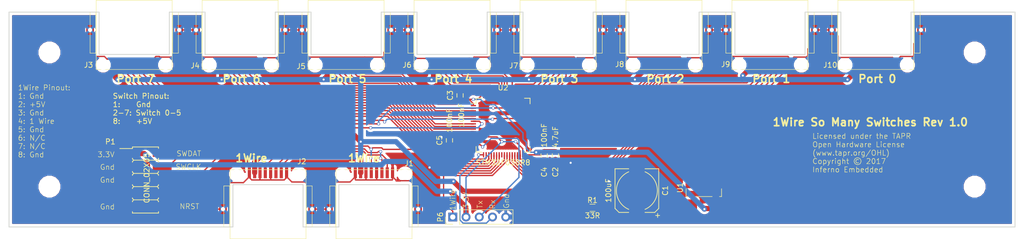
<source format=kicad_pcb>
(kicad_pcb (version 4) (host pcbnew 4.0.4-stable)
  (title_block (title "1Wire So Many Switches") (date 2016-11-13) (rev 1.0) (company "Inferno Embedded") (comment 1 "Licensed under the TAPR Open Hardware License (www.tapr.org/OHL)") (comment 2 "Copyright © 2016 Inferno Embedded"))
  (layers (0 F.Cu signal) (31 B.Cu signal) (34 B.Paste user) (35 F.Paste user) (36 B.SilkS user) (37 F.SilkS user) (38 B.Mask user) (39 F.Mask user) (44 Edge.Cuts user))
  (net 0 "")
  (net 1 +5V)
  (net 2 GND)
  (net 3 +3V3)
  (net 4 "Net-(J1-Pad7)")
  (net 5 "Net-(J1-Pad6)")
  (net 6 /1W-DATA)
  (net 7 "Net-(P1-Pad10)")
  (net 8 "Net-(C1-Pad1)")
  (net 9 /J3_5)
  (net 10 /J3_4)
  (net 11 /J3_3)
  (net 12 /J3_2)
  (net 13 /J3_1)
  (net 14 /J3_0)
  (net 15 /J4_5)
  (net 16 /J4_4)
  (net 17 /J4_3)
  (net 18 /J4_2)
  (net 19 /J4_1)
  (net 20 /J4_0)
  (net 21 /J5_5)
  (net 22 /J5_4)
  (net 23 /J5_3)
  (net 24 /J5_2)
  (net 25 /J5_1)
  (net 26 /J5_0)
  (net 27 /J6_5)
  (net 28 /J6_4)
  (net 29 /J6_3)
  (net 30 /J6_2)
  (net 31 /J6_1)
  (net 32 /J6_0)
  (net 33 /J7_5)
  (net 34 /J7_4)
  (net 35 /J7_3)
  (net 36 /J7_2)
  (net 37 /J7_1)
  (net 38 /J7_0)
  (net 39 /J8_5)
  (net 40 /J8_4)
  (net 41 /J8_3)
  (net 42 /J8_2)
  (net 43 /J8_1)
  (net 44 /J8_0)
  (net 45 /J9_5)
  (net 46 /J9_4)
  (net 47 /J9_3)
  (net 48 /J9_2)
  (net 49 /J9_1)
  (net 50 /J9_0)
  (net 51 /J10_5)
  (net 52 /J10_4)
  (net 53 /J10_3)
  (net 54 /J10_2)
  (net 55 /J10_1)
  (net 56 /J10_0)
  (net 57 /UART_TX)
  (net 58 /UART_RX)
  (module RJ45:RJ45-ChinaSMD (layer F.Cu) (at 53.34 70.485)
    (fp_text reference J3 (at -1.397 -0.762) (layer F.SilkS))
    (fp_text value RJ45)
    (pad 9 smd rect (at 16 -7.5) (size 1.5 4) (layers F.Cu F.Paste F.Mask) (net 2 GND))
    (pad 9 thru_hole circle (at 16 -7.5) (size 0.9 0.9) (drill 0.8) (layers *.Cu *.Mask) (net 2 GND))
    (pad "" np_thru_hole circle (at 13.4 -0.76) (size 1.9 1.9) (drill 1.9) (layers *.Cu *.Mask))
    (pad "" np_thru_hole circle (at 1.41 -0.76) (size 1.9 1.9) (drill 1.9) (layers *.Cu *.Mask))
    (pad 8 smd rect (at 3.8 -0.52) (size 0.6 2.1) (layers F.Cu F.Paste F.Mask) (net 1 +5V))
    (pad 7 smd rect (at 4.82 -0.52) (size 0.6 2.1) (layers F.Cu F.Paste F.Mask) (net 9 /J3_5))
    (pad 6 smd rect (at 5.84 -0.52) (size 0.6 2.1) (layers F.Cu F.Paste F.Mask) (net 10 /J3_4))
    (pad 5 smd rect (at 6.86 -0.52) (size 0.6 2.1) (layers F.Cu F.Paste F.Mask) (net 11 /J3_3))
    (pad 4 smd rect (at 7.88 -0.52) (size 0.6 2.1) (layers F.Cu F.Paste F.Mask) (net 12 /J3_2))
    (pad 3 smd rect (at 8.9 -0.52) (size 0.6 2.1) (layers F.Cu F.Paste F.Mask) (net 13 /J3_1))
    (pad 2 smd rect (at 9.92 -0.52) (size 0.6 2.1) (layers F.Cu F.Paste F.Mask) (net 14 /J3_0))
    (pad 1 smd rect (at 10.94 -0.52) (size 0.6 2.1) (layers F.Cu F.Paste F.Mask) (net 2 GND))
    (pad 9 thru_hole circle (at -1.1 -7.5) (size 0.9 0.9) (drill 0.8) (layers *.Cu *.Mask) (net 2 GND))
    (pad 9 smd rect (at -1.1 -7.5) (size 1.5 4) (layers F.Cu F.Paste F.Mask) (net 2 GND))
  )
  (module Mounting_Holes:MountingHole_3.2mm_M3 (layer F.Cu) (at 221.869 93.091)
    (fp_text reference REF2 hide)
    (fp_text value MountingHole_3.2mm_M3)
    (pad 1 np_thru_hole circle (at 0 0) (size 3.2 3.2) (drill 3.2) (layers *.Cu *.Mask))
  )
  (module Mounting_Holes:MountingHole_3.2mm_M3 (layer F.Cu) (at 44.45 93.091)
    (fp_text reference REF3 hide)
    (fp_text value MountingHole_3.2mm_M3)
    (pad 1 np_thru_hole circle (at 0 0) (size 3.2 3.2) (drill 3.2) (layers *.Cu *.Mask))
  )
  (module Mounting_Holes:MountingHole_3.2mm_M3 (layer F.Cu) (at 221.869 67.31)
    (fp_text reference REF1 hide)
    (fp_text value MountingHole_3.2mm_M3)
    (pad 1 np_thru_hole circle (at 0 0) (size 3.2 3.2) (drill 3.2) (layers *.Cu *.Mask))
  )
  (module Pin_Headers:Pin_Header_Straight_SMT_02x05 (layer F.Cu) (at 62.865 91.821 270)
    (fp_text reference P1 (at -7.366 6.731 360) (layer F.SilkS))
    (fp_text value CONN_02X05 (at -0.381 -0.254 450) (layer F.SilkS))
    (pad 1 smd rect (at -5.08 3.2 270) (size 1.27 3.6) (layers F.Cu F.Paste F.Mask) (net 3 +3V3))
    (pad 3 smd rect (at -2.54 3.2 270) (size 1.27 3.6) (layers F.Cu F.Paste F.Mask) (net 2 GND))
    (pad 5 smd rect (at 0 3.2 270) (size 1.27 3.6) (layers F.Cu F.Paste F.Mask) (net 2 GND))
    (pad 7 smd rect (at 2.54 3.2 270) (size 1.27 3.6) (layers F.Cu F.Paste F.Mask))
    (pad 8 smd rect (at 2.54 -3.2 270) (size 1.27 3.6) (layers F.Cu F.Paste F.Mask))
    (pad 6 smd rect (at 0 -3.2 270) (size 1.27 3.6) (layers F.Cu F.Paste F.Mask))
    (pad 4 smd rect (at -2.54 -3.2 270) (size 1.27 3.6) (layers F.Cu F.Paste F.Mask) (net 36 /J7_2))
    (pad 2 smd rect (at -5.08 -3.2 270) (size 1.27 3.6) (layers F.Cu F.Paste F.Mask) (net 39 /J8_5))
    (pad 9 smd rect (at 5.08 3.2 270) (size 1.27 3.6) (layers F.Cu F.Paste F.Mask) (net 2 GND))
    (pad 10 smd rect (at 5.08 -3.2 270) (size 1.27 3.6) (layers F.Cu F.Paste F.Mask) (net 7 "Net-(P1-Pad10)"))
  )
  (module Housings_QFP:LQFP-64_10x10mm_Pitch0.5mm (layer F.Cu) (at 131.445 81.28)
    (fp_text reference U2 (at 0 -7.2) (layer F.SilkS))
    (fp_text value STM32F030R8 (at 0 7.2) (layer F.SilkS))
    (pad 1 smd rect (at -5.7 -3.75) (size 1 0.25) (layers F.Cu F.Paste F.Mask) (net 3 +3V3))
    (pad 2 smd rect (at -5.7 -3.25) (size 1 0.25) (layers F.Cu F.Paste F.Mask) (net 26 /J5_0))
    (pad 3 smd rect (at -5.7 -2.75) (size 1 0.25) (layers F.Cu F.Paste F.Mask) (net 25 /J5_1))
    (pad 4 smd rect (at -5.7 -2.25) (size 1 0.25) (layers F.Cu F.Paste F.Mask) (net 24 /J5_2))
    (pad 5 smd rect (at -5.7 -1.75) (size 1 0.25) (layers F.Cu F.Paste F.Mask) (net 23 /J5_3))
    (pad 6 smd rect (at -5.7 -1.25) (size 1 0.25) (layers F.Cu F.Paste F.Mask) (net 22 /J5_4))
    (pad 7 smd rect (at -5.7 -0.75) (size 1 0.25) (layers F.Cu F.Paste F.Mask) (net 7 "Net-(P1-Pad10)"))
    (pad 8 smd rect (at -5.7 -0.25) (size 1 0.25) (layers F.Cu F.Paste F.Mask) (net 21 /J5_5))
    (pad 9 smd rect (at -5.7 0.25) (size 1 0.25) (layers F.Cu F.Paste F.Mask) (net 20 /J4_0))
    (pad 10 smd rect (at -5.7 0.75) (size 1 0.25) (layers F.Cu F.Paste F.Mask) (net 19 /J4_1))
    (pad 11 smd rect (at -5.7 1.25) (size 1 0.25) (layers F.Cu F.Paste F.Mask) (net 18 /J4_2))
    (pad 12 smd rect (at -5.7 1.75) (size 1 0.25) (layers F.Cu F.Paste F.Mask) (net 2 GND))
    (pad 13 smd rect (at -5.7 2.25) (size 1 0.25) (layers F.Cu F.Paste F.Mask) (net 3 +3V3))
    (pad 14 smd rect (at -5.7 2.75) (size 1 0.25) (layers F.Cu F.Paste F.Mask) (net 17 /J4_3))
    (pad 15 smd rect (at -5.7 3.25) (size 1 0.25) (layers F.Cu F.Paste F.Mask) (net 16 /J4_4))
    (pad 16 smd rect (at -5.7 3.75) (size 1 0.25) (layers F.Cu F.Paste F.Mask) (net 57 /UART_TX))
    (pad 17 smd rect (at -3.75 5.7 90) (size 1 0.25) (layers F.Cu F.Paste F.Mask) (net 58 /UART_RX))
    (pad 18 smd rect (at -3.25 5.7 90) (size 1 0.25) (layers F.Cu F.Paste F.Mask) (net 15 /J4_5))
    (pad 19 smd rect (at -2.75 5.7 90) (size 1 0.25) (layers F.Cu F.Paste F.Mask) (net 14 /J3_0))
    (pad 20 smd rect (at -2.25 5.7 90) (size 1 0.25) (layers F.Cu F.Paste F.Mask) (net 13 /J3_1))
    (pad 21 smd rect (at -1.75 5.7 90) (size 1 0.25) (layers F.Cu F.Paste F.Mask) (net 12 /J3_2))
    (pad 22 smd rect (at -1.25 5.7 90) (size 1 0.25) (layers F.Cu F.Paste F.Mask) (net 11 /J3_3))
    (pad 23 smd rect (at -0.75 5.7 90) (size 1 0.25) (layers F.Cu F.Paste F.Mask) (net 10 /J3_4))
    (pad 24 smd rect (at -0.25 5.7 90) (size 1 0.25) (layers F.Cu F.Paste F.Mask))
    (pad 25 smd rect (at 0.25 5.7 90) (size 1 0.25) (layers F.Cu F.Paste F.Mask) (net 9 /J3_5))
    (pad 26 smd rect (at 0.75 5.7 90) (size 1 0.25) (layers F.Cu F.Paste F.Mask) (net 6 /1W-DATA))
    (pad 27 smd rect (at 1.25 5.7 90) (size 1 0.25) (layers F.Cu F.Paste F.Mask) (net 56 /J10_0))
    (pad 28 smd rect (at 1.75 5.7 90) (size 1 0.25) (layers F.Cu F.Paste F.Mask) (net 55 /J10_1))
    (pad 29 smd rect (at 2.25 5.7 90) (size 1 0.25) (layers F.Cu F.Paste F.Mask) (net 54 /J10_2))
    (pad 30 smd rect (at 2.75 5.7 90) (size 1 0.25) (layers F.Cu F.Paste F.Mask) (net 53 /J10_3))
    (pad 31 smd rect (at 3.25 5.7 90) (size 1 0.25) (layers F.Cu F.Paste F.Mask) (net 2 GND))
    (pad 32 smd rect (at 3.75 5.7 90) (size 1 0.25) (layers F.Cu F.Paste F.Mask) (net 3 +3V3))
    (pad 33 smd rect (at 5.7 3.75) (size 1 0.25) (layers F.Cu F.Paste F.Mask) (net 52 /J10_4))
    (pad 34 smd rect (at 5.7 3.25) (size 1 0.25) (layers F.Cu F.Paste F.Mask) (net 51 /J10_5))
    (pad 35 smd rect (at 5.7 2.75) (size 1 0.25) (layers F.Cu F.Paste F.Mask) (net 50 /J9_0))
    (pad 36 smd rect (at 5.7 2.25) (size 1 0.25) (layers F.Cu F.Paste F.Mask) (net 49 /J9_1))
    (pad 37 smd rect (at 5.7 1.75) (size 1 0.25) (layers F.Cu F.Paste F.Mask) (net 48 /J9_2))
    (pad 38 smd rect (at 5.7 1.25) (size 1 0.25) (layers F.Cu F.Paste F.Mask) (net 47 /J9_3))
    (pad 39 smd rect (at 5.7 0.75) (size 1 0.25) (layers F.Cu F.Paste F.Mask) (net 46 /J9_4))
    (pad 40 smd rect (at 5.7 0.25) (size 1 0.25) (layers F.Cu F.Paste F.Mask) (net 45 /J9_5))
    (pad 41 smd rect (at 5.7 -0.25) (size 1 0.25) (layers F.Cu F.Paste F.Mask) (net 44 /J8_0))
    (pad 42 smd rect (at 5.7 -0.75) (size 1 0.25) (layers F.Cu F.Paste F.Mask) (net 43 /J8_1))
    (pad 43 smd rect (at 5.7 -1.25) (size 1 0.25) (layers F.Cu F.Paste F.Mask) (net 42 /J8_2))
    (pad 44 smd rect (at 5.7 -1.75) (size 1 0.25) (layers F.Cu F.Paste F.Mask) (net 41 /J8_3))
    (pad 45 smd rect (at 5.7 -2.25) (size 1 0.25) (layers F.Cu F.Paste F.Mask) (net 40 /J8_4))
    (pad 46 smd rect (at 5.7 -2.75) (size 1 0.25) (layers F.Cu F.Paste F.Mask) (net 39 /J8_5))
    (pad 47 smd rect (at 5.7 -3.25) (size 1 0.25) (layers F.Cu F.Paste F.Mask) (net 38 /J7_0))
    (pad 48 smd rect (at 5.7 -3.75) (size 1 0.25) (layers F.Cu F.Paste F.Mask) (net 37 /J7_1))
    (pad 49 smd rect (at 3.75 -5.7 90) (size 1 0.25) (layers F.Cu F.Paste F.Mask) (net 36 /J7_2))
    (pad 50 smd rect (at 3.25 -5.7 90) (size 1 0.25) (layers F.Cu F.Paste F.Mask) (net 35 /J7_3))
    (pad 51 smd rect (at 2.75 -5.7 90) (size 1 0.25) (layers F.Cu F.Paste F.Mask) (net 34 /J7_4))
    (pad 52 smd rect (at 2.25 -5.7 90) (size 1 0.25) (layers F.Cu F.Paste F.Mask) (net 33 /J7_5))
    (pad 53 smd rect (at 1.75 -5.7 90) (size 1 0.25) (layers F.Cu F.Paste F.Mask) (net 32 /J6_0))
    (pad 54 smd rect (at 1.25 -5.7 90) (size 1 0.25) (layers F.Cu F.Paste F.Mask))
    (pad 55 smd rect (at 0.75 -5.7 90) (size 1 0.25) (layers F.Cu F.Paste F.Mask) (net 31 /J6_1))
    (pad 56 smd rect (at 0.25 -5.7 90) (size 1 0.25) (layers F.Cu F.Paste F.Mask) (net 30 /J6_2))
    (pad 57 smd rect (at -0.25 -5.7 90) (size 1 0.25) (layers F.Cu F.Paste F.Mask) (net 29 /J6_3))
    (pad 58 smd rect (at -0.75 -5.7 90) (size 1 0.25) (layers F.Cu F.Paste F.Mask) (net 28 /J6_4))
    (pad 59 smd rect (at -1.25 -5.7 90) (size 1 0.25) (layers F.Cu F.Paste F.Mask) (net 27 /J6_5))
    (pad 60 smd rect (at -1.75 -5.7 90) (size 1 0.25) (layers F.Cu F.Paste F.Mask) (net 2 GND))
    (pad 61 smd rect (at -2.25 -5.7 90) (size 1 0.25) (layers F.Cu F.Paste F.Mask))
    (pad 62 smd rect (at -2.75 -5.7 90) (size 1 0.25) (layers F.Cu F.Paste F.Mask))
    (pad 63 smd rect (at -3.25 -5.7 90) (size 1 0.25) (layers F.Cu F.Paste F.Mask) (net 2 GND))
    (pad 64 smd rect (at -3.75 -5.7 90) (size 1 0.25) (layers F.Cu F.Paste F.Mask) (net 3 +3V3))
  )
  (module RJ45:RJ45-ChinaSMD (layer F.Cu) (at 93.726 89.916 180)
    (fp_text reference J2 (at 0.889 1.651 180) (layer F.SilkS))
    (fp_text value RJ45)
    (pad 9 smd rect (at 16 -7.5 180) (size 1.5 4) (layers F.Cu F.Paste F.Mask) (net 2 GND))
    (pad 9 thru_hole circle (at 16 -7.5 180) (size 0.9 0.9) (drill 0.8) (layers *.Cu *.Mask) (net 2 GND))
    (pad "" np_thru_hole circle (at 13.4 -0.76 180) (size 1.9 1.9) (drill 1.9) (layers *.Cu *.Mask))
    (pad "" np_thru_hole circle (at 1.41 -0.76 180) (size 1.9 1.9) (drill 1.9) (layers *.Cu *.Mask))
    (pad 8 smd rect (at 3.8 -0.52 180) (size 0.6 2.1) (layers F.Cu F.Paste F.Mask) (net 2 GND))
    (pad 7 smd rect (at 4.82 -0.52 180) (size 0.6 2.1) (layers F.Cu F.Paste F.Mask) (net 4 "Net-(J1-Pad7)"))
    (pad 6 smd rect (at 5.84 -0.52 180) (size 0.6 2.1) (layers F.Cu F.Paste F.Mask) (net 5 "Net-(J1-Pad6)"))
    (pad 5 smd rect (at 6.86 -0.52 180) (size 0.6 2.1) (layers F.Cu F.Paste F.Mask) (net 2 GND))
    (pad 4 smd rect (at 7.88 -0.52 180) (size 0.6 2.1) (layers F.Cu F.Paste F.Mask) (net 6 /1W-DATA))
    (pad 3 smd rect (at 8.9 -0.52 180) (size 0.6 2.1) (layers F.Cu F.Paste F.Mask) (net 2 GND))
    (pad 2 smd rect (at 9.92 -0.52 180) (size 0.6 2.1) (layers F.Cu F.Paste F.Mask) (net 1 +5V))
    (pad 1 smd rect (at 10.94 -0.52 180) (size 0.6 2.1) (layers F.Cu F.Paste F.Mask) (net 2 GND))
    (pad 9 thru_hole circle (at -1.1 -7.5 180) (size 0.9 0.9) (drill 0.8) (layers *.Cu *.Mask) (net 2 GND))
    (pad 9 smd rect (at -1.1 -7.5 180) (size 1.5 4) (layers F.Cu F.Paste F.Mask) (net 2 GND))
  )
  (module Capacitors_SMD:c_elec_8x6.7 (layer F.Cu) (at 157.099 93.853 90)
    (fp_text reference C1 (at 0 5.4483 90) (layer F.SilkS))
    (fp_text value 100uF (at 0 -5.4483 90) (layer F.SilkS))
    (fp_text user + (at -4.7752 3.9116 90) (layer F.SilkS))
    (pad 1 smd rect (at -3.05 0 270) (size 4 2.5) (layers F.Cu F.Paste F.Mask) (net 8 "Net-(C1-Pad1)"))
    (pad 2 smd rect (at 3.05 0 270) (size 4 2.5) (layers F.Cu F.Paste F.Mask) (net 2 GND))
  )
  (module Capacitors_SMD:C_0603 (layer F.Cu) (at 141.478 87.122 270)
    (fp_text reference C2 (at 3.175 0 270) (layer F.SilkS))
    (fp_text value 4.7uF (at -3.556 0 270) (layer F.SilkS))
    (pad 1 smd rect (at -0.75 0 270) (size 0.8 0.75) (layers F.Cu F.Paste F.Mask) (net 3 +3V3))
    (pad 2 smd rect (at 0.75 0 270) (size 0.8 0.75) (layers F.Cu F.Paste F.Mask) (net 2 GND))
  )
  (module Capacitors_SMD:C_0603 (layer F.Cu) (at 123.19 75.565 90)
    (fp_text reference C3 (at 0 -1.9 90) (layer F.SilkS))
    (fp_text value 100nF (at -3.81 0.254 90) (layer F.SilkS))
    (pad 1 smd rect (at -0.75 0 90) (size 0.8 0.75) (layers F.Cu F.Paste F.Mask) (net 3 +3V3))
    (pad 2 smd rect (at 0.75 0 90) (size 0.8 0.75) (layers F.Cu F.Paste F.Mask) (net 2 GND))
  )
  (module Capacitors_SMD:C_0603 (layer F.Cu) (at 139.319 87.122 270)
    (fp_text reference C4 (at 3.175 0 270) (layer F.SilkS))
    (fp_text value 100nF (at -3.8735 0 270) (layer F.SilkS))
    (pad 1 smd rect (at -0.75 0 270) (size 0.8 0.75) (layers F.Cu F.Paste F.Mask) (net 3 +3V3))
    (pad 2 smd rect (at 0.75 0 270) (size 0.8 0.75) (layers F.Cu F.Paste F.Mask) (net 2 GND))
  )
  (module Capacitors_SMD:C_0603 (layer F.Cu) (at 121.158 84.201 90)
    (fp_text reference C5 (at 0 -1.9 90) (layer F.SilkS))
    (fp_text value 100nF (at 3.81 0 90) (layer F.SilkS))
    (pad 1 smd rect (at -0.75 0 90) (size 0.8 0.75) (layers F.Cu F.Paste F.Mask) (net 3 +3V3))
    (pad 2 smd rect (at 0.75 0 90) (size 0.8 0.75) (layers F.Cu F.Paste F.Mask) (net 2 GND))
  )
  (module RJ45:RJ45-ChinaSMD (layer F.Cu) (at 114.046 89.916 180)
    (fp_text reference J1 (at 0.635 1.27 180) (layer F.SilkS))
    (fp_text value RJ45)
    (pad 9 smd rect (at 16 -7.5 180) (size 1.5 4) (layers F.Cu F.Paste F.Mask) (net 2 GND))
    (pad 9 thru_hole circle (at 16 -7.5 180) (size 0.9 0.9) (drill 0.8) (layers *.Cu *.Mask) (net 2 GND))
    (pad "" np_thru_hole circle (at 13.4 -0.76 180) (size 1.9 1.9) (drill 1.9) (layers *.Cu *.Mask))
    (pad "" np_thru_hole circle (at 1.41 -0.76 180) (size 1.9 1.9) (drill 1.9) (layers *.Cu *.Mask))
    (pad 8 smd rect (at 3.8 -0.52 180) (size 0.6 2.1) (layers F.Cu F.Paste F.Mask) (net 2 GND))
    (pad 7 smd rect (at 4.82 -0.52 180) (size 0.6 2.1) (layers F.Cu F.Paste F.Mask) (net 4 "Net-(J1-Pad7)"))
    (pad 6 smd rect (at 5.84 -0.52 180) (size 0.6 2.1) (layers F.Cu F.Paste F.Mask) (net 5 "Net-(J1-Pad6)"))
    (pad 5 smd rect (at 6.86 -0.52 180) (size 0.6 2.1) (layers F.Cu F.Paste F.Mask) (net 2 GND))
    (pad 4 smd rect (at 7.88 -0.52 180) (size 0.6 2.1) (layers F.Cu F.Paste F.Mask) (net 6 /1W-DATA))
    (pad 3 smd rect (at 8.9 -0.52 180) (size 0.6 2.1) (layers F.Cu F.Paste F.Mask) (net 2 GND))
    (pad 2 smd rect (at 9.92 -0.52 180) (size 0.6 2.1) (layers F.Cu F.Paste F.Mask) (net 1 +5V))
    (pad 1 smd rect (at 10.94 -0.52 180) (size 0.6 2.1) (layers F.Cu F.Paste F.Mask) (net 2 GND))
    (pad 9 thru_hole circle (at -1.1 -7.5 180) (size 0.9 0.9) (drill 0.8) (layers *.Cu *.Mask) (net 2 GND))
    (pad 9 smd rect (at -1.1 -7.5 180) (size 1.5 4) (layers F.Cu F.Paste F.Mask) (net 2 GND))
  )
  (module RJ45:RJ45-ChinaSMD (layer F.Cu) (at 73.66 70.485)
    (fp_text reference J4 (at -1.27 -0.635) (layer F.SilkS))
    (fp_text value RJ45)
    (pad 9 smd rect (at 16 -7.5) (size 1.5 4) (layers F.Cu F.Paste F.Mask) (net 2 GND))
    (pad 9 thru_hole circle (at 16 -7.5) (size 0.9 0.9) (drill 0.8) (layers *.Cu *.Mask) (net 2 GND))
    (pad "" np_thru_hole circle (at 13.4 -0.76) (size 1.9 1.9) (drill 1.9) (layers *.Cu *.Mask))
    (pad "" np_thru_hole circle (at 1.41 -0.76) (size 1.9 1.9) (drill 1.9) (layers *.Cu *.Mask))
    (pad 8 smd rect (at 3.8 -0.52) (size 0.6 2.1) (layers F.Cu F.Paste F.Mask) (net 1 +5V))
    (pad 7 smd rect (at 4.82 -0.52) (size 0.6 2.1) (layers F.Cu F.Paste F.Mask) (net 15 /J4_5))
    (pad 6 smd rect (at 5.84 -0.52) (size 0.6 2.1) (layers F.Cu F.Paste F.Mask) (net 16 /J4_4))
    (pad 5 smd rect (at 6.86 -0.52) (size 0.6 2.1) (layers F.Cu F.Paste F.Mask) (net 17 /J4_3))
    (pad 4 smd rect (at 7.88 -0.52) (size 0.6 2.1) (layers F.Cu F.Paste F.Mask) (net 18 /J4_2))
    (pad 3 smd rect (at 8.9 -0.52) (size 0.6 2.1) (layers F.Cu F.Paste F.Mask) (net 19 /J4_1))
    (pad 2 smd rect (at 9.92 -0.52) (size 0.6 2.1) (layers F.Cu F.Paste F.Mask) (net 20 /J4_0))
    (pad 1 smd rect (at 10.94 -0.52) (size 0.6 2.1) (layers F.Cu F.Paste F.Mask) (net 2 GND))
    (pad 9 thru_hole circle (at -1.1 -7.5) (size 0.9 0.9) (drill 0.8) (layers *.Cu *.Mask) (net 2 GND))
    (pad 9 smd rect (at -1.1 -7.5) (size 1.5 4) (layers F.Cu F.Paste F.Mask) (net 2 GND))
  )
  (module RJ45:RJ45-ChinaSMD (layer F.Cu) (at 93.98 70.485)
    (fp_text reference J5 (at -1.27 -0.508) (layer F.SilkS))
    (fp_text value RJ45)
    (pad 9 smd rect (at 16 -7.5) (size 1.5 4) (layers F.Cu F.Paste F.Mask) (net 2 GND))
    (pad 9 thru_hole circle (at 16 -7.5) (size 0.9 0.9) (drill 0.8) (layers *.Cu *.Mask) (net 2 GND))
    (pad "" np_thru_hole circle (at 13.4 -0.76) (size 1.9 1.9) (drill 1.9) (layers *.Cu *.Mask))
    (pad "" np_thru_hole circle (at 1.41 -0.76) (size 1.9 1.9) (drill 1.9) (layers *.Cu *.Mask))
    (pad 8 smd rect (at 3.8 -0.52) (size 0.6 2.1) (layers F.Cu F.Paste F.Mask) (net 1 +5V))
    (pad 7 smd rect (at 4.82 -0.52) (size 0.6 2.1) (layers F.Cu F.Paste F.Mask) (net 21 /J5_5))
    (pad 6 smd rect (at 5.84 -0.52) (size 0.6 2.1) (layers F.Cu F.Paste F.Mask) (net 22 /J5_4))
    (pad 5 smd rect (at 6.86 -0.52) (size 0.6 2.1) (layers F.Cu F.Paste F.Mask) (net 23 /J5_3))
    (pad 4 smd rect (at 7.88 -0.52) (size 0.6 2.1) (layers F.Cu F.Paste F.Mask) (net 24 /J5_2))
    (pad 3 smd rect (at 8.9 -0.52) (size 0.6 2.1) (layers F.Cu F.Paste F.Mask) (net 25 /J5_1))
    (pad 2 smd rect (at 9.92 -0.52) (size 0.6 2.1) (layers F.Cu F.Paste F.Mask) (net 26 /J5_0))
    (pad 1 smd rect (at 10.94 -0.52) (size 0.6 2.1) (layers F.Cu F.Paste F.Mask) (net 2 GND))
    (pad 9 thru_hole circle (at -1.1 -7.5) (size 0.9 0.9) (drill 0.8) (layers *.Cu *.Mask) (net 2 GND))
    (pad 9 smd rect (at -1.1 -7.5) (size 1.5 4) (layers F.Cu F.Paste F.Mask) (net 2 GND))
  )
  (module RJ45:RJ45-ChinaSMD (layer F.Cu) (at 114.3 70.485)
    (fp_text reference J6 (at -1.27 -0.762) (layer F.SilkS))
    (fp_text value RJ45)
    (pad 9 smd rect (at 16 -7.5) (size 1.5 4) (layers F.Cu F.Paste F.Mask) (net 2 GND))
    (pad 9 thru_hole circle (at 16 -7.5) (size 0.9 0.9) (drill 0.8) (layers *.Cu *.Mask) (net 2 GND))
    (pad "" np_thru_hole circle (at 13.4 -0.76) (size 1.9 1.9) (drill 1.9) (layers *.Cu *.Mask))
    (pad "" np_thru_hole circle (at 1.41 -0.76) (size 1.9 1.9) (drill 1.9) (layers *.Cu *.Mask))
    (pad 8 smd rect (at 3.8 -0.52) (size 0.6 2.1) (layers F.Cu F.Paste F.Mask) (net 1 +5V))
    (pad 7 smd rect (at 4.82 -0.52) (size 0.6 2.1) (layers F.Cu F.Paste F.Mask) (net 27 /J6_5))
    (pad 6 smd rect (at 5.84 -0.52) (size 0.6 2.1) (layers F.Cu F.Paste F.Mask) (net 28 /J6_4))
    (pad 5 smd rect (at 6.86 -0.52) (size 0.6 2.1) (layers F.Cu F.Paste F.Mask) (net 29 /J6_3))
    (pad 4 smd rect (at 7.88 -0.52) (size 0.6 2.1) (layers F.Cu F.Paste F.Mask) (net 30 /J6_2))
    (pad 3 smd rect (at 8.9 -0.52) (size 0.6 2.1) (layers F.Cu F.Paste F.Mask) (net 31 /J6_1))
    (pad 2 smd rect (at 9.92 -0.52) (size 0.6 2.1) (layers F.Cu F.Paste F.Mask) (net 32 /J6_0))
    (pad 1 smd rect (at 10.94 -0.52) (size 0.6 2.1) (layers F.Cu F.Paste F.Mask) (net 2 GND))
    (pad 9 thru_hole circle (at -1.1 -7.5) (size 0.9 0.9) (drill 0.8) (layers *.Cu *.Mask) (net 2 GND))
    (pad 9 smd rect (at -1.1 -7.5) (size 1.5 4) (layers F.Cu F.Paste F.Mask) (net 2 GND))
  )
  (module RJ45:RJ45-ChinaSMD (layer F.Cu) (at 134.62 70.485)
    (fp_text reference J7 (at -1.143 -0.635) (layer F.SilkS))
    (fp_text value RJ45)
    (pad 9 smd rect (at 16 -7.5) (size 1.5 4) (layers F.Cu F.Paste F.Mask) (net 2 GND))
    (pad 9 thru_hole circle (at 16 -7.5) (size 0.9 0.9) (drill 0.8) (layers *.Cu *.Mask) (net 2 GND))
    (pad "" np_thru_hole circle (at 13.4 -0.76) (size 1.9 1.9) (drill 1.9) (layers *.Cu *.Mask))
    (pad "" np_thru_hole circle (at 1.41 -0.76) (size 1.9 1.9) (drill 1.9) (layers *.Cu *.Mask))
    (pad 8 smd rect (at 3.8 -0.52) (size 0.6 2.1) (layers F.Cu F.Paste F.Mask) (net 1 +5V))
    (pad 7 smd rect (at 4.82 -0.52) (size 0.6 2.1) (layers F.Cu F.Paste F.Mask) (net 33 /J7_5))
    (pad 6 smd rect (at 5.84 -0.52) (size 0.6 2.1) (layers F.Cu F.Paste F.Mask) (net 34 /J7_4))
    (pad 5 smd rect (at 6.86 -0.52) (size 0.6 2.1) (layers F.Cu F.Paste F.Mask) (net 35 /J7_3))
    (pad 4 smd rect (at 7.88 -0.52) (size 0.6 2.1) (layers F.Cu F.Paste F.Mask) (net 36 /J7_2))
    (pad 3 smd rect (at 8.9 -0.52) (size 0.6 2.1) (layers F.Cu F.Paste F.Mask) (net 37 /J7_1))
    (pad 2 smd rect (at 9.92 -0.52) (size 0.6 2.1) (layers F.Cu F.Paste F.Mask) (net 38 /J7_0))
    (pad 1 smd rect (at 10.94 -0.52) (size 0.6 2.1) (layers F.Cu F.Paste F.Mask) (net 2 GND))
    (pad 9 thru_hole circle (at -1.1 -7.5) (size 0.9 0.9) (drill 0.8) (layers *.Cu *.Mask) (net 2 GND))
    (pad 9 smd rect (at -1.1 -7.5) (size 1.5 4) (layers F.Cu F.Paste F.Mask) (net 2 GND))
  )
  (module RJ45:RJ45-ChinaSMD (layer F.Cu) (at 154.94 70.485)
    (fp_text reference J8 (at -1.143 -0.889) (layer F.SilkS))
    (fp_text value RJ45)
    (pad 9 smd rect (at 16 -7.5) (size 1.5 4) (layers F.Cu F.Paste F.Mask) (net 2 GND))
    (pad 9 thru_hole circle (at 16 -7.5) (size 0.9 0.9) (drill 0.8) (layers *.Cu *.Mask) (net 2 GND))
    (pad "" np_thru_hole circle (at 13.4 -0.76) (size 1.9 1.9) (drill 1.9) (layers *.Cu *.Mask))
    (pad "" np_thru_hole circle (at 1.41 -0.76) (size 1.9 1.9) (drill 1.9) (layers *.Cu *.Mask))
    (pad 8 smd rect (at 3.8 -0.52) (size 0.6 2.1) (layers F.Cu F.Paste F.Mask) (net 1 +5V))
    (pad 7 smd rect (at 4.82 -0.52) (size 0.6 2.1) (layers F.Cu F.Paste F.Mask) (net 39 /J8_5))
    (pad 6 smd rect (at 5.84 -0.52) (size 0.6 2.1) (layers F.Cu F.Paste F.Mask) (net 40 /J8_4))
    (pad 5 smd rect (at 6.86 -0.52) (size 0.6 2.1) (layers F.Cu F.Paste F.Mask) (net 41 /J8_3))
    (pad 4 smd rect (at 7.88 -0.52) (size 0.6 2.1) (layers F.Cu F.Paste F.Mask) (net 42 /J8_2))
    (pad 3 smd rect (at 8.9 -0.52) (size 0.6 2.1) (layers F.Cu F.Paste F.Mask) (net 43 /J8_1))
    (pad 2 smd rect (at 9.92 -0.52) (size 0.6 2.1) (layers F.Cu F.Paste F.Mask) (net 44 /J8_0))
    (pad 1 smd rect (at 10.94 -0.52) (size 0.6 2.1) (layers F.Cu F.Paste F.Mask) (net 2 GND))
    (pad 9 thru_hole circle (at -1.1 -7.5) (size 0.9 0.9) (drill 0.8) (layers *.Cu *.Mask) (net 2 GND))
    (pad 9 smd rect (at -1.1 -7.5) (size 1.5 4) (layers F.Cu F.Paste F.Mask) (net 2 GND))
  )
  (module RJ45:RJ45-ChinaSMD (layer F.Cu) (at 175.26 70.485)
    (fp_text reference J9 (at -1.143 -0.889) (layer F.SilkS))
    (fp_text value RJ45)
    (pad 9 smd rect (at 16 -7.5) (size 1.5 4) (layers F.Cu F.Paste F.Mask) (net 2 GND))
    (pad 9 thru_hole circle (at 16 -7.5) (size 0.9 0.9) (drill 0.8) (layers *.Cu *.Mask) (net 2 GND))
    (pad "" np_thru_hole circle (at 13.4 -0.76) (size 1.9 1.9) (drill 1.9) (layers *.Cu *.Mask))
    (pad "" np_thru_hole circle (at 1.41 -0.76) (size 1.9 1.9) (drill 1.9) (layers *.Cu *.Mask))
    (pad 8 smd rect (at 3.8 -0.52) (size 0.6 2.1) (layers F.Cu F.Paste F.Mask) (net 1 +5V))
    (pad 7 smd rect (at 4.82 -0.52) (size 0.6 2.1) (layers F.Cu F.Paste F.Mask) (net 45 /J9_5))
    (pad 6 smd rect (at 5.84 -0.52) (size 0.6 2.1) (layers F.Cu F.Paste F.Mask) (net 46 /J9_4))
    (pad 5 smd rect (at 6.86 -0.52) (size 0.6 2.1) (layers F.Cu F.Paste F.Mask) (net 47 /J9_3))
    (pad 4 smd rect (at 7.88 -0.52) (size 0.6 2.1) (layers F.Cu F.Paste F.Mask) (net 48 /J9_2))
    (pad 3 smd rect (at 8.9 -0.52) (size 0.6 2.1) (layers F.Cu F.Paste F.Mask) (net 49 /J9_1))
    (pad 2 smd rect (at 9.92 -0.52) (size 0.6 2.1) (layers F.Cu F.Paste F.Mask) (net 50 /J9_0))
    (pad 1 smd rect (at 10.94 -0.52) (size 0.6 2.1) (layers F.Cu F.Paste F.Mask) (net 2 GND))
    (pad 9 thru_hole circle (at -1.1 -7.5) (size 0.9 0.9) (drill 0.8) (layers *.Cu *.Mask) (net 2 GND))
    (pad 9 smd rect (at -1.1 -7.5) (size 1.5 4) (layers F.Cu F.Paste F.Mask) (net 2 GND))
  )
  (module RJ45:RJ45-ChinaSMD (layer F.Cu) (at 195.58 70.485)
    (fp_text reference J10 (at -1.397 -0.762) (layer F.SilkS))
    (fp_text value RJ45)
    (pad 9 smd rect (at 16 -7.5) (size 1.5 4) (layers F.Cu F.Paste F.Mask) (net 2 GND))
    (pad 9 thru_hole circle (at 16 -7.5) (size 0.9 0.9) (drill 0.8) (layers *.Cu *.Mask) (net 2 GND))
    (pad "" np_thru_hole circle (at 13.4 -0.76) (size 1.9 1.9) (drill 1.9) (layers *.Cu *.Mask))
    (pad "" np_thru_hole circle (at 1.41 -0.76) (size 1.9 1.9) (drill 1.9) (layers *.Cu *.Mask))
    (pad 8 smd rect (at 3.8 -0.52) (size 0.6 2.1) (layers F.Cu F.Paste F.Mask) (net 1 +5V))
    (pad 7 smd rect (at 4.82 -0.52) (size 0.6 2.1) (layers F.Cu F.Paste F.Mask) (net 51 /J10_5))
    (pad 6 smd rect (at 5.84 -0.52) (size 0.6 2.1) (layers F.Cu F.Paste F.Mask) (net 52 /J10_4))
    (pad 5 smd rect (at 6.86 -0.52) (size 0.6 2.1) (layers F.Cu F.Paste F.Mask) (net 53 /J10_3))
    (pad 4 smd rect (at 7.88 -0.52) (size 0.6 2.1) (layers F.Cu F.Paste F.Mask) (net 54 /J10_2))
    (pad 3 smd rect (at 8.9 -0.52) (size 0.6 2.1) (layers F.Cu F.Paste F.Mask) (net 55 /J10_1))
    (pad 2 smd rect (at 9.92 -0.52) (size 0.6 2.1) (layers F.Cu F.Paste F.Mask) (net 56 /J10_0))
    (pad 1 smd rect (at 10.94 -0.52) (size 0.6 2.1) (layers F.Cu F.Paste F.Mask) (net 2 GND))
    (pad 9 thru_hole circle (at -1.1 -7.5) (size 0.9 0.9) (drill 0.8) (layers *.Cu *.Mask) (net 2 GND))
    (pad 9 smd rect (at -1.1 -7.5) (size 1.5 4) (layers F.Cu F.Paste F.Mask) (net 2 GND))
  )
  (module Resistors_SMD:R_0603 (layer F.Cu) (at 148.59 97.155)
    (fp_text reference R1 (at 0 -1.45) (layer F.SilkS))
    (fp_text value 33R (at 0 1.5) (layer F.SilkS))
    (pad 1 smd rect (at -0.75 0) (size 0.5 0.9) (layers F.Cu F.Paste F.Mask) (net 1 +5V))
    (pad 2 smd rect (at 0.75 0) (size 0.5 0.9) (layers F.Cu F.Paste F.Mask) (net 8 "Net-(C1-Pad1)"))
  )
  (module Pin_Headers:Pin_Header_Straight_1x05_Pitch2.54mm (layer F.Cu) (at 121.793 98.933 90)
    (fp_text reference P6 (at 0 -2.39 90) (layer F.SilkS))
    (fp_text value CONN_01X05)
    (pad 1 thru_hole rect (at 0 0 90) (size 1.7 1.7) (drill 1) (layers *.Cu *.Mask) (net 6 /1W-DATA))
    (pad 2 thru_hole oval (at 0 2.54 90) (size 1.7 1.7) (drill 1) (layers *.Cu *.Mask) (net 3 +3V3))
    (pad 3 thru_hole oval (at 0 5.08 90) (size 1.7 1.7) (drill 1) (layers *.Cu *.Mask) (net 57 /UART_TX))
    (pad 4 thru_hole oval (at 0 7.62 90) (size 1.7 1.7) (drill 1) (layers *.Cu *.Mask) (net 58 /UART_RX))
    (pad 5 thru_hole oval (at 0 10.16 90) (size 1.7 1.7) (drill 1) (layers *.Cu *.Mask) (net 2 GND))
  )
  (module TO_SOT_Packages_SMD:TO-252-2Lead (layer F.Cu) (at 169.926 93.599 90)
    (fp_text reference U1 (at 0.3 -4.54 90) (layer F.SilkS))
    (fp_text value LP2950)
    (pad 1 smd rect (at -3.7 -2.29) (size 2 3.5) (layers F.Cu F.Paste F.Mask) (net 8 "Net-(C1-Pad1)"))
    (pad 3 smd rect (at -3.7 2.29) (size 2 3.5) (layers F.Cu F.Paste F.Mask) (net 3 +3V3))
    (pad 2 smd rect (at 3.7 0.01) (size 7 7) (layers F.Cu F.Paste F.Mask) (net 2 GND))
  )
  (module Mounting_Holes:MountingHole_3.2mm_M3 (layer F.Cu) (at 44.45 67.31)
    (fp_text reference REF4 hide)
    (fp_text value MountingHole_3.2mm_M3)
    (pad 1 np_thru_hole circle (at 0 0) (size 3.2 3.2) (drill 3.2) (layers *.Cu *.Mask))
  )
  (gr_text "Switch Pinout:\n1:    Gnd\n2-7: Switch 0-5\n8:    +5V" (at 56.515 78.105) (layer F.SilkS) (effects (font (size 1 1)) (justify left)))
  (gr_text 1Wire (at 104.775 87.63) (layer F.SilkS) (effects (font (size 1.5 1.5) (thickness 0.3))))
  (gr_text 1Wire (at 83.185 87.63) (layer F.SilkS) (effects (font (size 1.5 1.5) (thickness 0.3))))
  (gr_text "Port 0" (at 203.2 72.39) (layer F.SilkS) (effects (font (size 1.5 1.5) (thickness 0.3))))
  (gr_text "Port 1" (at 182.88 72.39) (layer F.SilkS) (effects (font (size 1.5 1.5) (thickness 0.3))))
  (gr_text "Port 2" (at 162.56 72.39) (layer F.SilkS) (effects (font (size 1.5 1.5) (thickness 0.3))))
  (gr_text "Port 3" (at 142.24 72.39) (layer F.SilkS) (effects (font (size 1.5 1.5) (thickness 0.3))))
  (gr_text "Port 4" (at 121.92 72.39) (layer F.SilkS) (effects (font (size 1.5 1.5) (thickness 0.3))))
  (gr_text "Port 5" (at 101.6 72.39) (layer F.SilkS) (effects (font (size 1.5 1.5) (thickness 0.3))))
  (gr_text "Port 6" (at 81.28 72.39) (layer F.SilkS) (effects (font (size 1.5 1.5) (thickness 0.3))))
  (gr_text "Port 7" (at 60.96 72.39) (layer F.SilkS) (effects (font (size 1.5 1.5) (thickness 0.3))))
  (gr_text 1Wire (at 121.793 95.631 90) (layer F.SilkS) (effects (font (size 1 1) (thickness 0.1))))
  (gr_line (start 79.629 92.71) (end 93.091 92.71) (angle 90) (layer Edge.Cuts) (width 0.15))
  (gr_line (start 79.629 100.838) (end 79.629 92.71) (angle 90) (layer Edge.Cuts) (width 0.15))
  (gr_line (start 36.703 100.838) (end 79.629 100.838) (angle 90) (layer Edge.Cuts) (width 0.15))
  (gr_line (start 99.949 92.71) (end 113.411 92.71) (angle 90) (layer Edge.Cuts) (width 0.15))
  (gr_line (start 229.616 100.838) (end 229.616 59.563) (angle 90) (layer Edge.Cuts) (width 0.15))
  (gr_line (start 113.411 100.838) (end 229.616 100.838) (angle 90) (layer Edge.Cuts) (width 0.15))
  (gr_line (start 99.949 100.838) (end 99.949 92.71) (angle 90) (layer Edge.Cuts) (width 0.15))
  (gr_line (start 93.091 100.838) (end 99.949 100.838) (angle 90) (layer Edge.Cuts) (width 0.15))
  (gr_line (start 36.703 59.563) (end 36.703 100.838) (angle 90) (layer Edge.Cuts) (width 0.15))
  (gr_line (start 53.975 59.563) (end 36.703 59.563) (angle 90) (layer Edge.Cuts) (width 0.15))
  (gr_line (start 53.975 59.69) (end 53.975 59.563) (angle 90) (layer Edge.Cuts) (width 0.15))
  (gr_line (start 209.677 59.563) (end 229.616 59.563) (angle 90) (layer Edge.Cuts) (width 0.15))
  (gr_line (start 209.677 67.691) (end 209.677 59.563) (angle 90) (layer Edge.Cuts) (width 0.15))
  (gr_line (start 196.215 67.691) (end 209.677 67.691) (angle 90) (layer Edge.Cuts) (width 0.15))
  (gr_line (start 196.215 59.563) (end 196.215 67.691) (angle 90) (layer Edge.Cuts) (width 0.15))
  (gr_line (start 189.357 59.563) (end 196.215 59.563) (angle 90) (layer Edge.Cuts) (width 0.15))
  (gr_line (start 189.357 67.691) (end 189.357 59.563) (angle 90) (layer Edge.Cuts) (width 0.15))
  (gr_line (start 175.895 67.691) (end 189.357 67.691) (angle 90) (layer Edge.Cuts) (width 0.15))
  (gr_line (start 175.895 59.563) (end 175.895 67.691) (angle 90) (layer Edge.Cuts) (width 0.15))
  (gr_line (start 169.037 59.563) (end 175.895 59.563) (angle 90) (layer Edge.Cuts) (width 0.15))
  (gr_line (start 169.037 67.691) (end 169.037 59.563) (angle 90) (layer Edge.Cuts) (width 0.15))
  (gr_line (start 155.575 67.691) (end 169.037 67.691) (angle 90) (layer Edge.Cuts) (width 0.15))
  (gr_line (start 155.575 59.563) (end 155.575 67.691) (angle 90) (layer Edge.Cuts) (width 0.15))
  (gr_line (start 148.717 59.563) (end 155.575 59.563) (angle 90) (layer Edge.Cuts) (width 0.15))
  (gr_line (start 148.717 67.691) (end 148.717 59.563) (angle 90) (layer Edge.Cuts) (width 0.15))
  (gr_line (start 135.255 67.691) (end 148.717 67.691) (angle 90) (layer Edge.Cuts) (width 0.15))
  (gr_line (start 135.255 59.563) (end 135.255 67.691) (angle 90) (layer Edge.Cuts) (width 0.15))
  (gr_line (start 128.397 59.563) (end 135.255 59.563) (angle 90) (layer Edge.Cuts) (width 0.15))
  (gr_line (start 128.397 67.691) (end 128.397 59.563) (angle 90) (layer Edge.Cuts) (width 0.15))
  (gr_line (start 114.935 67.691) (end 128.397 67.691) (angle 90) (layer Edge.Cuts) (width 0.15))
  (gr_line (start 114.935 59.563) (end 114.935 67.691) (angle 90) (layer Edge.Cuts) (width 0.15))
  (gr_line (start 108.077 59.563) (end 114.935 59.563) (angle 90) (layer Edge.Cuts) (width 0.15))
  (gr_line (start 108.077 67.691) (end 108.077 59.563) (angle 90) (layer Edge.Cuts) (width 0.15))
  (gr_line (start 94.615 67.691) (end 108.077 67.691) (angle 90) (layer Edge.Cuts) (width 0.15))
  (gr_line (start 94.615 59.563) (end 94.615 67.691) (angle 90) (layer Edge.Cuts) (width 0.15))
  (gr_line (start 94.107 59.563) (end 94.615 59.563) (angle 90) (layer Edge.Cuts) (width 0.15))
  (gr_line (start 87.757 59.563) (end 94.107 59.563) (angle 90) (layer Edge.Cuts) (width 0.15))
  (gr_line (start 87.757 67.691) (end 87.757 59.563) (angle 90) (layer Edge.Cuts) (width 0.15))
  (gr_line (start 74.295 67.691) (end 87.757 67.691) (angle 90) (layer Edge.Cuts) (width 0.15))
  (gr_line (start 74.295 59.563) (end 74.295 67.691) (angle 90) (layer Edge.Cuts) (width 0.15))
  (gr_line (start 67.437 59.563) (end 74.295 59.563) (angle 90) (layer Edge.Cuts) (width 0.15))
  (gr_line (start 67.437 67.691) (end 67.437 59.563) (angle 90) (layer Edge.Cuts) (width 0.15))
  (gr_line (start 53.975 67.691) (end 67.437 67.691) (angle 90) (layer Edge.Cuts) (width 0.15))
  (gr_line (start 53.975 59.69) (end 53.975 67.691) (angle 90) (layer Edge.Cuts) (width 0.15))
  (gr_text "1Wire Pinout:\n1: Gnd\n2: +5V\n3: Gnd\n4: 1 Wire\n5: Gnd\n6: N/C\n7: N/C\n8: Gnd" (at 38.354 80.518) (layer F.SilkS) (effects (font (size 1 1) (thickness 0.1)) (justify left)))
  (gr_text "1Wire So Many Switches Rev 1.0" (at 201.8665 80.7085) (layer F.SilkS) (effects (font (size 1.5 1.5) (thickness 0.31))))
  (gr_text "Licensed under the TAPR\nOpen Hardware License\n(www.tapr.org/OHL)\nCopyright © 2017\nInferno Embedded " (at 190.6905 86.614) (layer F.SilkS) (effects (font (size 1 1) (thickness 0.1)) (justify left)))
  (gr_text Rx (at 129.413 96.52 90) (layer F.SilkS) (effects (font (size 1 1) (thickness 0.1))))
  (gr_text Tx (at 127 96.52 90) (layer F.SilkS) (effects (font (size 1 1) (thickness 0.1))))
  (gr_text Gnd (at 132.08 95.885 90) (layer F.SilkS) (effects (font (size 1 1) (thickness 0.1))))
  (gr_text 3.3V (at 124.333 95.758 90) (layer F.SilkS) (effects (font (size 1 1) (thickness 0.1))))
  (gr_text NRST (at 71.3105 96.901) (layer F.SilkS) (effects (font (size 1 1) (thickness 0.1))))
  (gr_text SWCLK (at 71.12 89.281) (layer F.SilkS) (effects (font (size 1 1) (thickness 0.1))))
  (gr_text SWDAT (at 71.1835 86.741) (layer F.SilkS) (effects (font (size 1 1) (thickness 0.1))))
  (gr_text Gnd (at 55.5625 96.9645) (layer F.SilkS) (effects (font (size 1 1) (thickness 0.1))))
  (gr_text Gnd (at 55.5625 91.821) (layer F.SilkS) (effects (font (size 1 1) (thickness 0.1))))
  (gr_text Gnd (at 55.5625 89.3445) (layer F.SilkS) (effects (font (size 1 1) (thickness 0.1))))
  (gr_text 3.3V (at 55.3085 86.9315) (layer F.SilkS) (effects (font (size 1 1) (thickness 0.1))))
  (gr_line (start 113.411 92.71) (end 113.411 100.838) (angle 90) (layer Edge.Cuts) (width 0.15))
  (gr_line (start 93.091 92.71) (end 93.091 100.838) (angle 90) (layer Edge.Cuts) (width 0.15))
  (segment (start 148.59 99.06) (end 148.59 98.425) (width 0.25) (layer F.Cu) (net 0))
  (segment (start 147.84 97.155) (end 144.665 93.98) (width 1) (layer F.Cu) (net 1))
  (segment (start 144.665 93.98) (end 123.825 93.98) (width 1) (layer F.Cu) (net 1))
  (segment (start 123.825 93.98) (end 122.219999 92.374999) (width 1) (layer F.Cu) (net 1))
  (segment (start 122.219999 92.374999) (end 121.92 92.075) (width 1) (layer F.Cu) (net 1))
  (segment (start 118.534998 92.075) (end 121.495736 92.075) (width 1) (layer B.Cu) (net 1))
  (segment (start 110.914998 84.455) (end 118.534998 92.075) (width 1) (layer B.Cu) (net 1))
  (segment (start 104.140004 84.455) (end 110.914998 84.455) (width 1) (layer B.Cu) (net 1))
  (segment (start 121.495736 92.075) (end 121.92 92.075) (width 1) (layer B.Cu) (net 1))
  (via (at 121.92 92.075) (size 0.6) (drill 0.4) (layers F.Cu B.Cu) (net 1))
  (segment (start 177.419 71.755) (end 177.419 72.39) (width 1) (layer B.Cu) (net 1))
  (segment (start 177.419 72.39) (end 177.292 72.517) (width 1) (layer B.Cu) (net 1))
  (segment (start 179.06 69.965) (end 179.06 70.114) (width 1) (layer F.Cu) (net 1))
  (segment (start 179.06 70.114) (end 177.419 71.755) (width 1) (layer F.Cu) (net 1))
  (via (at 177.419 71.755) (size 0.6) (drill 0.4) (layers F.Cu B.Cu) (net 1))
  (segment (start 102.951005 83.266001) (end 103.840005 84.155001) (width 1) (layer F.Cu) (net 1))
  (segment (start 88.925999 83.266001) (end 102.951005 83.266001) (width 1) (layer F.Cu) (net 1))
  (segment (start 83.806 88.386) (end 88.925999 83.266001) (width 1) (layer F.Cu) (net 1))
  (segment (start 104.140004 84.030736) (end 104.140004 84.455) (width 1) (layer B.Cu) (net 1))
  (segment (start 83.806 90.436) (end 83.806 88.386) (width 1) (layer F.Cu) (net 1))
  (segment (start 104.140004 72.517004) (end 104.140004 84.030736) (width 1) (layer B.Cu) (net 1))
  (segment (start 104.14 72.517) (end 104.140004 72.517004) (width 1) (layer B.Cu) (net 1))
  (segment (start 104.14 84.455004) (end 104.140004 84.455) (width 1) (layer B.Cu) (net 1))
  (segment (start 103.840005 84.155001) (end 104.140004 84.455) (width 1) (layer F.Cu) (net 1))
  (segment (start 104.14 87.249) (end 104.14 84.455004) (width 1) (layer B.Cu) (net 1))
  (via (at 104.140004 84.455) (size 0.6) (drill 0.4) (layers F.Cu B.Cu) (net 1))
  (segment (start 97.028 72.517) (end 104.14 72.517) (width 1) (layer B.Cu) (net 1))
  (segment (start 104.14 72.517) (end 117.729 72.517) (width 1) (layer B.Cu) (net 1))
  (segment (start 77.46 69.965) (end 77.46 72.507) (width 1) (layer F.Cu) (net 1))
  (segment (start 77.46 72.507) (end 77.47 72.517) (width 1) (layer F.Cu) (net 1))
  (segment (start 76.962 72.517) (end 97.028 72.517) (width 1) (layer B.Cu) (net 1))
  (segment (start 57.531 72.517) (end 76.962 72.517) (width 1) (layer B.Cu) (net 1))
  (segment (start 76.962 72.517) (end 77.47 72.517) (width 1) (layer B.Cu) (net 1))
  (via (at 77.47 72.517) (size 0.6) (drill 0.4) (layers F.Cu B.Cu) (net 1))
  (segment (start 97.78 69.965) (end 97.78 71.765) (width 1) (layer F.Cu) (net 1))
  (segment (start 97.78 71.765) (end 97.028 72.517) (width 1) (layer F.Cu) (net 1))
  (via (at 97.028 72.517) (size 0.6) (drill 0.4) (layers F.Cu B.Cu) (net 1))
  (segment (start 118.1 69.965) (end 118.1 72.146) (width 1) (layer F.Cu) (net 1))
  (segment (start 118.1 72.146) (end 117.729 72.517) (width 1) (layer F.Cu) (net 1))
  (segment (start 117.729 72.517) (end 136.398 72.517) (width 1) (layer B.Cu) (net 1))
  (via (at 117.729 72.517) (size 0.6) (drill 0.4) (layers F.Cu B.Cu) (net 1))
  (segment (start 138.42 69.965) (end 138.42 70.495) (width 1) (layer F.Cu) (net 1))
  (segment (start 138.42 70.495) (end 136.398 72.517) (width 1) (layer F.Cu) (net 1))
  (segment (start 136.398 72.517) (end 156.718 72.517) (width 1) (layer B.Cu) (net 1))
  (via (at 136.398 72.517) (size 0.6) (drill 0.4) (layers F.Cu B.Cu) (net 1))
  (segment (start 158.74 69.965) (end 158.74 70.495) (width 1) (layer F.Cu) (net 1))
  (segment (start 158.74 70.495) (end 156.718 72.517) (width 1) (layer F.Cu) (net 1))
  (segment (start 156.718 72.517) (end 177.292 72.517) (width 1) (layer B.Cu) (net 1))
  (via (at 156.718 72.517) (size 0.6) (drill 0.4) (layers F.Cu B.Cu) (net 1))
  (segment (start 177.292 72.517) (end 197.485 72.517) (width 1) (layer B.Cu) (net 1))
  (segment (start 197.485 72.517) (end 199.38 70.622) (width 1) (layer F.Cu) (net 1))
  (segment (start 199.38 70.622) (end 199.38 69.965) (width 1) (layer F.Cu) (net 1))
  (via (at 197.485 72.517) (size 0.6) (drill 0.4) (layers F.Cu B.Cu) (net 1))
  (segment (start 57.14 69.965) (end 57.14 72.126) (width 1) (layer F.Cu) (net 1))
  (segment (start 57.14 72.126) (end 57.531 72.517) (width 1) (layer F.Cu) (net 1))
  (via (at 57.531 72.517) (size 0.6) (drill 0.4) (layers F.Cu B.Cu) (net 1))
  (segment (start 104.14 87.249) (end 104.14 90.422) (width 1) (layer F.Cu) (net 1))
  (segment (start 104.14 90.422) (end 104.126 90.436) (width 1) (layer F.Cu) (net 1))
  (via (at 104.14 87.249) (size 0.6) (drill 0.4) (layers F.Cu B.Cu) (net 1))
  (segment (start 94.826 97.416) (end 98.046 97.416) (width 0.25) (layer F.Cu) (net 2))
  (segment (start 131.953 98.933) (end 133.985 98.933) (width 1) (layer B.Cu) (net 2))
  (segment (start 133.985 98.933) (end 144.399 88.519) (width 1) (layer B.Cu) (net 2))
  (segment (start 144.399 88.519) (end 142.125 88.519) (width 1) (layer F.Cu) (net 2))
  (segment (start 142.125 88.519) (end 141.478 87.872) (width 1) (layer F.Cu) (net 2))
  (segment (start 147.655001 91.775001) (end 144.399 88.519) (width 1) (layer B.Cu) (net 2))
  (via (at 144.399 88.519) (size 0.6) (drill 0.4) (layers F.Cu B.Cu) (net 2))
  (segment (start 151.765 92.075) (end 151.465001 91.775001) (width 1) (layer B.Cu) (net 2))
  (segment (start 151.465001 91.775001) (end 147.655001 91.775001) (width 1) (layer B.Cu) (net 2))
  (segment (start 157.099 90.803) (end 153.037 90.803) (width 1) (layer F.Cu) (net 2))
  (segment (start 153.037 90.803) (end 151.765 92.075) (width 1) (layer F.Cu) (net 2))
  (via (at 151.765 92.075) (size 0.6) (drill 0.4) (layers F.Cu B.Cu) (net 2))
  (segment (start 157.099 90.803) (end 169.032 90.803) (width 1) (layer F.Cu) (net 2))
  (segment (start 169.032 90.803) (end 169.936 89.899) (width 1) (layer F.Cu) (net 2))
  (segment (start 117.348 88.983736) (end 117.348 89.408) (width 0.25) (layer B.Cu) (net 2))
  (segment (start 117.348 85.852) (end 117.348 88.983736) (width 0.25) (layer B.Cu) (net 2))
  (segment (start 119.634 83.566) (end 117.348 85.852) (width 0.25) (layer B.Cu) (net 2))
  (segment (start 114.303001 91.951001) (end 114.804999 91.951001) (width 0.25) (layer F.Cu) (net 2))
  (segment (start 117.048001 89.707999) (end 117.348 89.408) (width 0.25) (layer F.Cu) (net 2))
  (segment (start 114.804999 91.951001) (end 117.048001 89.707999) (width 0.25) (layer F.Cu) (net 2))
  (via (at 117.348 89.408) (size 0.6) (drill 0.4) (layers F.Cu B.Cu) (net 2))
  (segment (start 155.599 90.803) (end 157.099 90.803) (width 0.25) (layer F.Cu) (net 2))
  (segment (start 59.665 91.821) (end 59.665 90.936) (width 0.25) (layer F.Cu) (net 2))
  (segment (start 59.665 90.936) (end 59.665 89.281) (width 0.25) (layer F.Cu) (net 2))
  (segment (start 59.665 96.901) (end 58.5 96.901) (width 0.25) (layer F.Cu) (net 2))
  (segment (start 57.539999 92.781001) (end 58.5 91.821) (width 0.25) (layer F.Cu) (net 2))
  (segment (start 58.5 96.901) (end 57.539999 95.940999) (width 0.25) (layer F.Cu) (net 2))
  (segment (start 57.539999 95.940999) (end 57.539999 92.781001) (width 0.25) (layer F.Cu) (net 2))
  (segment (start 58.5 91.821) (end 59.665 91.821) (width 0.25) (layer F.Cu) (net 2))
  (segment (start 59.665 96.901) (end 59.665 97.786) (width 0.25) (layer F.Cu) (net 2))
  (segment (start 59.665 97.786) (end 59.740001 97.861001) (width 0.25) (layer F.Cu) (net 2))
  (segment (start 76.726 97.416) (end 77.726 97.416) (width 0.25) (layer F.Cu) (net 2))
  (segment (start 59.740001 97.861001) (end 76.280999 97.861001) (width 0.25) (layer F.Cu) (net 2))
  (segment (start 76.280999 97.861001) (end 76.726 97.416) (width 0.25) (layer F.Cu) (net 2))
  (segment (start 119.634 83.566) (end 121.043 83.566) (width 0.25) (layer F.Cu) (net 2))
  (segment (start 121.043 83.566) (end 121.158 83.451) (width 0.25) (layer F.Cu) (net 2))
  (via (at 119.634 83.566) (size 0.6) (drill 0.4) (layers F.Cu B.Cu) (net 2))
  (segment (start 118.249 74.815) (end 113.788999 70.354999) (width 0.25) (layer F.Cu) (net 2))
  (segment (start 113.788999 70.354999) (end 113.788999 68.449999) (width 0.25) (layer F.Cu) (net 2))
  (segment (start 123.19 74.815) (end 118.249 74.815) (width 0.25) (layer F.Cu) (net 2))
  (segment (start 129.695 76.33) (end 128.799001 77.225999) (width 0.25) (layer F.Cu) (net 2))
  (segment (start 128.799001 77.225999) (end 128.312001 77.225999) (width 0.25) (layer F.Cu) (net 2))
  (segment (start 128.312001 77.225999) (end 128.195 77.343) (width 0.25) (layer F.Cu) (net 2))
  (segment (start 129.695 75.58) (end 129.695 76.33) (width 0.25) (layer F.Cu) (net 2))
  (segment (start 78.359 92.329) (end 81.643 92.329) (width 0.25) (layer F.Cu) (net 2))
  (segment (start 81.643 92.329) (end 82.786 91.186) (width 0.25) (layer F.Cu) (net 2))
  (segment (start 82.786 91.186) (end 82.786 90.436) (width 0.25) (layer F.Cu) (net 2))
  (segment (start 78.359 94.533) (end 78.359 92.329) (width 0.25) (layer F.Cu) (net 2))
  (segment (start 77.726 97.416) (end 77.726 95.166) (width 0.25) (layer F.Cu) (net 2))
  (segment (start 77.726 95.166) (end 78.359 94.533) (width 0.25) (layer F.Cu) (net 2))
  (segment (start 93.472 92.202) (end 90.942 92.202) (width 0.25) (layer F.Cu) (net 2))
  (segment (start 90.942 92.202) (end 89.926 91.186) (width 0.25) (layer F.Cu) (net 2))
  (segment (start 89.926 91.186) (end 89.926 90.436) (width 0.25) (layer F.Cu) (net 2))
  (segment (start 94.826 93.556) (end 93.472 92.202) (width 0.25) (layer F.Cu) (net 2))
  (segment (start 94.826 97.416) (end 94.826 93.556) (width 0.25) (layer F.Cu) (net 2))
  (segment (start 98.425 92.202) (end 102.09 92.202) (width 0.25) (layer F.Cu) (net 2))
  (segment (start 102.09 92.202) (end 103.106 91.186) (width 0.25) (layer F.Cu) (net 2))
  (segment (start 103.106 91.186) (end 103.106 90.436) (width 0.25) (layer F.Cu) (net 2))
  (segment (start 98.425 94.787) (end 98.425 92.202) (width 0.25) (layer F.Cu) (net 2))
  (segment (start 98.046 97.416) (end 98.046 95.166) (width 0.25) (layer F.Cu) (net 2))
  (segment (start 98.046 95.166) (end 98.425 94.787) (width 0.25) (layer F.Cu) (net 2))
  (segment (start 115.146 97.416) (end 115.146 92.794) (width 0.25) (layer F.Cu) (net 2))
  (segment (start 115.146 92.794) (end 114.303001 91.951001) (width 0.25) (layer F.Cu) (net 2))
  (segment (start 114.303001 91.951001) (end 111.011001 91.951001) (width 0.25) (layer F.Cu) (net 2))
  (segment (start 111.011001 91.951001) (end 110.246 91.186) (width 0.25) (layer F.Cu) (net 2))
  (segment (start 110.246 91.186) (end 110.246 90.436) (width 0.25) (layer F.Cu) (net 2))
  (segment (start 134.695 86.98) (end 134.695 86.23) (width 0.25) (layer F.Cu) (net 2))
  (segment (start 134.695 86.23) (end 130.201 81.736) (width 0.25) (layer F.Cu) (net 2))
  (segment (start 130.201 81.736) (end 128.195 81.736) (width 0.25) (layer F.Cu) (net 2))
  (segment (start 128.195 81.736) (end 128.195 77.343) (width 0.25) (layer F.Cu) (net 2))
  (segment (start 128.195 77.343) (end 128.195 75.58) (width 0.25) (layer F.Cu) (net 2))
  (segment (start 126.950999 82.980001) (end 128.195 81.736) (width 0.25) (layer F.Cu) (net 2))
  (segment (start 125.745 83.03) (end 126.139 83.03) (width 0.25) (layer F.Cu) (net 2))
  (segment (start 126.139 83.03) (end 126.188999 82.980001) (width 0.25) (layer F.Cu) (net 2))
  (segment (start 126.188999 82.980001) (end 126.950999 82.980001) (width 0.25) (layer F.Cu) (net 2))
  (segment (start 73.152 68.199) (end 73.152 63.577) (width 0.25) (layer F.Cu) (net 2))
  (segment (start 73.152 63.577) (end 72.56 62.985) (width 0.25) (layer F.Cu) (net 2))
  (segment (start 84.134 68.199) (end 73.152 68.199) (width 0.25) (layer F.Cu) (net 2))
  (segment (start 84.6 69.965) (end 84.6 68.665) (width 0.25) (layer F.Cu) (net 2))
  (segment (start 84.6 68.665) (end 84.134 68.199) (width 0.25) (layer F.Cu) (net 2))
  (segment (start 88.646 68.326) (end 85.489 68.326) (width 0.25) (layer F.Cu) (net 2))
  (segment (start 85.489 68.326) (end 84.6 69.215) (width 0.25) (layer F.Cu) (net 2))
  (segment (start 84.6 69.215) (end 84.6 69.965) (width 0.25) (layer F.Cu) (net 2))
  (segment (start 89.154 67.818) (end 88.646 68.326) (width 0.25) (layer F.Cu) (net 2))
  (segment (start 89.154 65.741) (end 89.154 67.818) (width 0.25) (layer F.Cu) (net 2))
  (segment (start 89.66 62.985) (end 89.66 65.235) (width 0.25) (layer F.Cu) (net 2))
  (segment (start 89.66 65.235) (end 89.154 65.741) (width 0.25) (layer F.Cu) (net 2))
  (segment (start 92.583 66.929) (end 92.88 66.632) (width 0.25) (layer F.Cu) (net 2))
  (segment (start 92.88 66.632) (end 92.88 62.985) (width 0.25) (layer F.Cu) (net 2))
  (segment (start 93.853 68.199) (end 92.583 66.929) (width 0.25) (layer F.Cu) (net 2))
  (segment (start 104.902 68.199) (end 93.853 68.199) (width 0.25) (layer F.Cu) (net 2))
  (segment (start 104.902 68.199) (end 104.92 68.217) (width 0.25) (layer F.Cu) (net 2))
  (segment (start 104.92 68.217) (end 104.92 69.965) (width 0.25) (layer F.Cu) (net 2))
  (segment (start 108.585 68.199) (end 104.902 68.199) (width 0.25) (layer F.Cu) (net 2))
  (segment (start 108.585 67.31) (end 108.585 68.199) (width 0.25) (layer F.Cu) (net 2))
  (segment (start 108.712 67.056) (end 108.712 67.183) (width 0.25) (layer F.Cu) (net 2))
  (segment (start 108.712 67.183) (end 108.585 67.31) (width 0.25) (layer F.Cu) (net 2))
  (segment (start 108.839 66.376) (end 108.839 66.929) (width 0.25) (layer F.Cu) (net 2))
  (segment (start 108.839 66.929) (end 108.712 67.056) (width 0.25) (layer F.Cu) (net 2))
  (segment (start 109.98 62.985) (end 109.98 65.235) (width 0.25) (layer F.Cu) (net 2))
  (segment (start 109.98 65.235) (end 108.839 66.376) (width 0.25) (layer F.Cu) (net 2))
  (segment (start 113.788999 68.449999) (end 113.788999 63.573999) (width 0.25) (layer F.Cu) (net 2))
  (segment (start 113.788999 63.573999) (end 113.2 62.985) (width 0.25) (layer F.Cu) (net 2))
  (segment (start 124.968 68.393) (end 124.911001 68.449999) (width 0.25) (layer F.Cu) (net 2))
  (segment (start 124.911001 68.449999) (end 113.788999 68.449999) (width 0.25) (layer F.Cu) (net 2))
  (segment (start 125.24 69.965) (end 125.24 68.665) (width 0.25) (layer F.Cu) (net 2))
  (segment (start 125.24 68.665) (end 124.968 68.393) (width 0.25) (layer F.Cu) (net 2))
  (segment (start 125.857 68.199) (end 125.857 68.598) (width 0.25) (layer F.Cu) (net 2))
  (segment (start 125.857 68.598) (end 125.24 69.215) (width 0.25) (layer F.Cu) (net 2))
  (segment (start 125.24 69.215) (end 125.24 69.965) (width 0.25) (layer F.Cu) (net 2))
  (segment (start 128.778 68.199) (end 125.857 68.199) (width 0.25) (layer F.Cu) (net 2))
  (segment (start 129.667 67.31) (end 128.778 68.199) (width 0.25) (layer F.Cu) (net 2))
  (segment (start 129.667 65.868) (end 129.667 67.31) (width 0.25) (layer F.Cu) (net 2))
  (segment (start 130.3 62.985) (end 130.3 65.235) (width 0.25) (layer F.Cu) (net 2))
  (segment (start 130.3 65.235) (end 129.667 65.868) (width 0.25) (layer F.Cu) (net 2))
  (segment (start 145.56 68.435) (end 145.56 68.707) (width 0.25) (layer F.Cu) (net 2))
  (segment (start 145.56 68.707) (end 145.56 69.965) (width 0.25) (layer F.Cu) (net 2))
  (segment (start 134.112 68.199) (end 145.052 68.199) (width 0.25) (layer F.Cu) (net 2))
  (segment (start 145.052 68.199) (end 145.56 68.707) (width 0.25) (layer F.Cu) (net 2))
  (segment (start 133.52 67.607) (end 134.112 68.199) (width 0.25) (layer F.Cu) (net 2))
  (segment (start 133.52 62.985) (end 133.52 67.607) (width 0.25) (layer F.Cu) (net 2))
  (segment (start 145.669 68.326) (end 145.56 68.435) (width 0.25) (layer F.Cu) (net 2))
  (segment (start 149.479 68.326) (end 145.669 68.326) (width 0.25) (layer F.Cu) (net 2))
  (segment (start 149.479 66.376) (end 149.479 68.326) (width 0.25) (layer F.Cu) (net 2))
  (segment (start 150.62 62.985) (end 150.62 65.235) (width 0.25) (layer F.Cu) (net 2))
  (segment (start 150.62 65.235) (end 149.479 66.376) (width 0.25) (layer F.Cu) (net 2))
  (segment (start 154.559 68.199) (end 154.559 63.704) (width 0.25) (layer F.Cu) (net 2))
  (segment (start 154.559 63.704) (end 153.84 62.985) (width 0.25) (layer F.Cu) (net 2))
  (segment (start 165.414 68.199) (end 154.559 68.199) (width 0.25) (layer F.Cu) (net 2))
  (segment (start 165.88 69.965) (end 165.88 68.665) (width 0.25) (layer F.Cu) (net 2))
  (segment (start 165.88 68.665) (end 165.414 68.199) (width 0.25) (layer F.Cu) (net 2))
  (segment (start 170.94 62.985) (end 170.94 67.439) (width 0.25) (layer F.Cu) (net 2))
  (segment (start 170.94 67.439) (end 170.053 68.326) (width 0.25) (layer F.Cu) (net 2))
  (segment (start 170.053 68.326) (end 166.769 68.326) (width 0.25) (layer F.Cu) (net 2))
  (segment (start 165.88 69.215) (end 165.88 69.965) (width 0.25) (layer F.Cu) (net 2))
  (segment (start 166.769 68.326) (end 165.88 69.215) (width 0.25) (layer F.Cu) (net 2))
  (segment (start 186.2 69.965) (end 186.2 68.217) (width 0.25) (layer F.Cu) (net 2))
  (segment (start 186.2 68.217) (end 186.055 68.072) (width 0.25) (layer F.Cu) (net 2))
  (segment (start 186.055 68.072) (end 174.371 68.072) (width 0.25) (layer F.Cu) (net 2))
  (segment (start 174.371 68.072) (end 174.16 67.861) (width 0.25) (layer F.Cu) (net 2))
  (segment (start 174.16 67.861) (end 174.16 62.985) (width 0.25) (layer F.Cu) (net 2))
  (segment (start 189.611 68.199) (end 187.216 68.199) (width 0.25) (layer F.Cu) (net 2))
  (segment (start 187.216 68.199) (end 186.2 69.215) (width 0.25) (layer F.Cu) (net 2))
  (segment (start 186.2 69.215) (end 186.2 69.965) (width 0.25) (layer F.Cu) (net 2))
  (segment (start 189.865 67.945) (end 189.611 68.199) (width 0.25) (layer F.Cu) (net 2))
  (segment (start 189.865 66.63) (end 189.865 67.945) (width 0.25) (layer F.Cu) (net 2))
  (segment (start 191.26 62.985) (end 191.26 65.235) (width 0.25) (layer F.Cu) (net 2))
  (segment (start 191.26 65.235) (end 189.865 66.63) (width 0.25) (layer F.Cu) (net 2))
  (segment (start 194.48 62.985) (end 191.26 62.985) (width 0.25) (layer F.Cu) (net 2))
  (segment (start 195.647 68.266) (end 195.647 64.152) (width 0.25) (layer F.Cu) (net 2))
  (segment (start 195.647 64.152) (end 194.48 62.985) (width 0.25) (layer F.Cu) (net 2))
  (segment (start 206.121 68.266) (end 195.647 68.266) (width 0.25) (layer F.Cu) (net 2))
  (segment (start 206.52 69.965) (end 206.52 68.665) (width 0.25) (layer F.Cu) (net 2))
  (segment (start 206.52 68.665) (end 206.121 68.266) (width 0.25) (layer F.Cu) (net 2))
  (segment (start 210.185 68.072) (end 207.663 68.072) (width 0.25) (layer F.Cu) (net 2))
  (segment (start 207.663 68.072) (end 206.52 69.215) (width 0.25) (layer F.Cu) (net 2))
  (segment (start 206.52 69.215) (end 206.52 69.965) (width 0.25) (layer F.Cu) (net 2))
  (segment (start 210.185 65.63) (end 210.185 68.072) (width 0.25) (layer F.Cu) (net 2))
  (segment (start 211.58 62.985) (end 211.58 64.235) (width 0.25) (layer F.Cu) (net 2))
  (segment (start 211.58 64.235) (end 210.185 65.63) (width 0.25) (layer F.Cu) (net 2))
  (segment (start 174.16 62.985) (end 170.94 62.985) (width 0.25) (layer F.Cu) (net 2))
  (segment (start 153.84 62.985) (end 150.62 62.985) (width 0.25) (layer F.Cu) (net 2))
  (segment (start 133.52 62.985) (end 130.3 62.985) (width 0.25) (layer F.Cu) (net 2))
  (segment (start 113.2 62.985) (end 109.98 62.985) (width 0.25) (layer F.Cu) (net 2))
  (segment (start 89.66 62.985) (end 92.88 62.985) (width 0.25) (layer F.Cu) (net 2))
  (segment (start 72.56 62.985) (end 69.34 62.985) (width 0.25) (layer F.Cu) (net 2))
  (segment (start 69.85 68.199) (end 69.34 67.689) (width 0.25) (layer F.Cu) (net 2))
  (segment (start 69.34 67.689) (end 69.34 62.985) (width 0.25) (layer F.Cu) (net 2))
  (segment (start 65.63 68.199) (end 69.85 68.199) (width 0.25) (layer F.Cu) (net 2))
  (segment (start 64.873 68.072) (end 65.503 68.072) (width 0.25) (layer F.Cu) (net 2))
  (segment (start 65.503 68.072) (end 65.63 68.199) (width 0.25) (layer F.Cu) (net 2))
  (segment (start 64.28 68.665) (end 64.873 68.072) (width 0.25) (layer F.Cu) (net 2))
  (segment (start 64.28 69.965) (end 64.28 68.665) (width 0.25) (layer F.Cu) (net 2))
  (segment (start 64.28 68.665) (end 64.204999 68.589999) (width 0.25) (layer F.Cu) (net 2))
  (segment (start 64.204999 68.589999) (end 55.502001 68.589999) (width 0.25) (layer F.Cu) (net 2))
  (segment (start 55.502001 68.589999) (end 54.984002 68.072) (width 0.25) (layer F.Cu) (net 2))
  (segment (start 54.984002 68.072) (end 52.451 68.072) (width 0.25) (layer F.Cu) (net 2))
  (segment (start 52.451 68.072) (end 52.24 67.861) (width 0.25) (layer F.Cu) (net 2))
  (segment (start 52.24 67.861) (end 52.24 62.985) (width 0.25) (layer F.Cu) (net 2))
  (segment (start 69.34 62.985) (end 69.34 64.235) (width 0.25) (layer F.Cu) (net 2))
  (segment (start 64.28 69.295) (end 64.28 69.965) (width 0.25) (layer F.Cu) (net 2))
  (segment (start 89.466001 91.811001) (end 86.868 91.811001) (width 0.25) (layer F.Cu) (net 2))
  (segment (start 86.868 91.811001) (end 84.750999 91.811001) (width 0.25) (layer F.Cu) (net 2))
  (segment (start 86.866 90.436) (end 86.866 91.736) (width 0.25) (layer F.Cu) (net 2))
  (segment (start 86.866 91.736) (end 86.868 91.738) (width 0.25) (layer F.Cu) (net 2))
  (segment (start 86.868 91.738) (end 86.868 91.811001) (width 0.25) (layer F.Cu) (net 2))
  (segment (start 89.926 90.436) (end 89.926 91.351002) (width 0.25) (layer F.Cu) (net 2))
  (segment (start 89.926 91.351002) (end 89.466001 91.811001) (width 0.25) (layer F.Cu) (net 2))
  (segment (start 82.786 90.436) (end 82.786 91.351002) (width 0.25) (layer F.Cu) (net 2))
  (segment (start 84.750999 91.811001) (end 84.826 91.736) (width 0.25) (layer F.Cu) (net 2))
  (segment (start 82.786 91.351002) (end 83.245999 91.811001) (width 0.25) (layer F.Cu) (net 2))
  (segment (start 83.245999 91.811001) (end 84.750999 91.811001) (width 0.25) (layer F.Cu) (net 2))
  (segment (start 84.826 91.736) (end 84.826 90.436) (width 0.25) (layer F.Cu) (net 2))
  (segment (start 110.170999 91.811001) (end 107.188 91.811001) (width 0.25) (layer F.Cu) (net 2))
  (segment (start 107.188 91.811001) (end 105.156 91.811001) (width 0.25) (layer F.Cu) (net 2))
  (segment (start 107.186 90.436) (end 107.186 91.809001) (width 0.25) (layer F.Cu) (net 2))
  (segment (start 107.186 91.809001) (end 107.188 91.811001) (width 0.25) (layer F.Cu) (net 2))
  (segment (start 105.156 91.811001) (end 103.181001 91.811001) (width 0.25) (layer F.Cu) (net 2))
  (segment (start 105.146 91.736) (end 105.156 91.746) (width 0.25) (layer F.Cu) (net 2))
  (segment (start 105.146 90.436) (end 105.146 91.736) (width 0.25) (layer F.Cu) (net 2))
  (segment (start 105.156 91.746) (end 105.156 91.811001) (width 0.25) (layer F.Cu) (net 2))
  (segment (start 110.246 90.436) (end 110.246 91.736) (width 0.25) (layer F.Cu) (net 2))
  (segment (start 110.246 91.736) (end 110.170999 91.811001) (width 0.25) (layer F.Cu) (net 2))
  (segment (start 103.181001 91.811001) (end 103.106 91.736) (width 0.25) (layer F.Cu) (net 2))
  (segment (start 103.106 91.736) (end 103.106 90.436) (width 0.25) (layer F.Cu) (net 2))
  (segment (start 128.195 75.58) (end 128.195 74.83) (width 0.25) (layer F.Cu) (net 2))
  (segment (start 123.19 74.79) (end 123.19 74.815) (width 0.25) (layer F.Cu) (net 2))
  (segment (start 128.195 74.83) (end 127.53 74.165) (width 0.25) (layer F.Cu) (net 2))
  (segment (start 127.53 74.165) (end 123.815 74.165) (width 0.25) (layer F.Cu) (net 2))
  (segment (start 123.815 74.165) (end 123.19 74.79) (width 0.25) (layer F.Cu) (net 2))
  (segment (start 139.319 87.872) (end 134.876998 87.872) (width 0.25) (layer F.Cu) (net 2))
  (segment (start 134.876998 87.872) (end 134.744999 87.740001) (width 0.25) (layer F.Cu) (net 2))
  (segment (start 134.744999 87.740001) (end 134.744999 87.029999) (width 0.25) (layer F.Cu) (net 2))
  (segment (start 134.744999 87.029999) (end 134.695 86.98) (width 0.25) (layer F.Cu) (net 2))
  (segment (start 141.478 87.872) (end 139.319 87.872) (width 0.25) (layer F.Cu) (net 2))
  (segment (start 125.745 83.03) (end 121.579 83.03) (width 0.25) (layer F.Cu) (net 2))
  (segment (start 121.579 83.03) (end 121.158 83.451) (width 0.25) (layer F.Cu) (net 2))
  (segment (start 135.89 85.725) (end 136.652 86.487) (width 0.25) (layer B.Cu) (net 3))
  (segment (start 136.652 86.487) (end 137.795 86.487) (width 0.25) (layer B.Cu) (net 3))
  (segment (start 135.89 84.582) (end 135.89 85.725) (width 0.25) (layer B.Cu) (net 3))
  (segment (start 135.255 82.768) (end 135.255 83.947) (width 0.25) (layer B.Cu) (net 3))
  (segment (start 135.255 83.947) (end 135.89 84.582) (width 0.25) (layer B.Cu) (net 3))
  (segment (start 127.115 76.315) (end 128.152999 77.352999) (width 0.25) (layer B.Cu) (net 3))
  (segment (start 128.152999 77.352999) (end 129.839999 77.352999) (width 0.25) (layer B.Cu) (net 3))
  (segment (start 129.839999 77.352999) (end 135.255 82.768) (width 0.25) (layer B.Cu) (net 3))
  (segment (start 125.73 76.315) (end 127.115 76.315) (width 0.25) (layer B.Cu) (net 3))
  (segment (start 125.73 76.315) (end 124.905 76.315) (width 0.25) (layer F.Cu) (net 3))
  (segment (start 126.585 76.315) (end 125.73 76.315) (width 0.25) (layer F.Cu) (net 3))
  (via (at 125.73 76.315) (size 0.6) (drill 0.4) (layers F.Cu B.Cu) (net 3))
  (segment (start 121.285 93.98) (end 118.742928 93.98) (width 1) (layer B.Cu) (net 3))
  (segment (start 118.742928 93.98) (end 113.027928 88.265) (width 1) (layer B.Cu) (net 3))
  (segment (start 113.027928 88.265) (end 108.795002 88.265) (width 1) (layer B.Cu) (net 3))
  (segment (start 108.795002 88.265) (end 108.160002 88.9) (width 1) (layer B.Cu) (net 3))
  (segment (start 108.160002 88.9) (end 64.77 88.9) (width 1) (layer B.Cu) (net 3))
  (segment (start 64.77 88.9) (end 62.865 86.995) (width 1) (layer B.Cu) (net 3))
  (segment (start 121.285 93.98) (end 124.333 97.028) (width 1) (layer F.Cu) (net 3))
  (segment (start 124.333 97.028) (end 124.333 98.933) (width 1) (layer F.Cu) (net 3))
  (via (at 121.285 93.98) (size 0.6) (drill 0.4) (layers F.Cu B.Cu) (net 3))
  (segment (start 62.865 86.995) (end 64.771036 88.901036) (width 1) (layer B.Cu) (net 3))
  (segment (start 59.665 86.741) (end 62.611 86.741) (width 1) (layer F.Cu) (net 3))
  (segment (start 62.611 86.741) (end 62.865 86.995) (width 1) (layer F.Cu) (net 3))
  (via (at 62.865 86.995) (size 0.6) (drill 0.4) (layers F.Cu B.Cu) (net 3))
  (segment (start 137.795 86.487) (end 139.204 86.487) (width 1) (layer F.Cu) (net 3))
  (segment (start 139.204 86.487) (end 139.319 86.372) (width 1) (layer F.Cu) (net 3))
  (segment (start 170.053 97.409) (end 159.131 86.487) (width 1) (layer B.Cu) (net 3))
  (segment (start 159.131 86.487) (end 137.795 86.487) (width 1) (layer B.Cu) (net 3))
  (via (at 137.795 86.487) (size 0.6) (drill 0.4) (layers F.Cu B.Cu) (net 3))
  (segment (start 172.216 97.299) (end 170.163 97.299) (width 1) (layer F.Cu) (net 3))
  (segment (start 170.163 97.299) (end 170.053 97.409) (width 1) (layer F.Cu) (net 3))
  (via (at 170.053 97.409) (size 0.6) (drill 0.4) (layers F.Cu B.Cu) (net 3))
  (segment (start 133.858 84.455) (end 131.191 84.455) (width 0.25) (layer B.Cu) (net 3))
  (segment (start 135.195 86.98) (end 135.195 85.792) (width 0.25) (layer F.Cu) (net 3))
  (segment (start 135.195 85.792) (end 133.858 84.455) (width 0.25) (layer F.Cu) (net 3))
  (via (at 133.858 84.455) (size 0.6) (drill 0.4) (layers F.Cu B.Cu) (net 3))
  (segment (start 131.191 84.455) (end 124.333 91.313) (width 0.25) (layer B.Cu) (net 3))
  (segment (start 124.333 91.313) (end 124.333 98.933) (width 0.25) (layer B.Cu) (net 3))
  (segment (start 125.745 83.53) (end 130.266 83.53) (width 0.25) (layer F.Cu) (net 3))
  (segment (start 130.266 83.53) (end 131.191 84.455) (width 0.25) (layer F.Cu) (net 3))
  (via (at 131.191 84.455) (size 0.6) (drill 0.4) (layers F.Cu B.Cu) (net 3))
  (segment (start 127.695 75.58) (end 127.32 75.58) (width 0.25) (layer F.Cu) (net 3))
  (segment (start 127.32 75.58) (end 126.585 76.315) (width 0.25) (layer F.Cu) (net 3))
  (segment (start 123.19 76.315) (end 124.905 76.315) (width 0.25) (layer F.Cu) (net 3))
  (segment (start 124.905 76.315) (end 125.745 77.155) (width 0.25) (layer F.Cu) (net 3))
  (segment (start 125.745 77.155) (end 125.745 77.53) (width 0.25) (layer F.Cu) (net 3))
  (segment (start 139.319 86.372) (end 141.478 86.372) (width 1) (layer F.Cu) (net 3))
  (segment (start 135.195 86.98) (end 138.711 86.98) (width 0.25) (layer F.Cu) (net 3))
  (segment (start 138.711 86.98) (end 139.319 86.372) (width 0.25) (layer F.Cu) (net 3))
  (segment (start 125.745 83.53) (end 122.554 83.53) (width 0.25) (layer F.Cu) (net 3))
  (segment (start 122.554 83.53) (end 121.158 84.926) (width 0.25) (layer F.Cu) (net 3))
  (segment (start 121.158 84.926) (end 121.158 84.951) (width 0.25) (layer F.Cu) (net 3))
  (segment (start 101.80653 87.323033) (end 102.791162 86.338401) (width 0.25) (layer F.Cu) (net 4))
  (segment (start 88.906 90.436) (end 88.906 89.136) (width 0.25) (layer F.Cu) (net 4))
  (segment (start 104.715988 86.338401) (end 105.382586 87.004999) (width 0.25) (layer F.Cu) (net 4))
  (segment (start 105.382586 87.004999) (end 108.250001 87.004999) (width 0.25) (layer F.Cu) (net 4))
  (segment (start 109.226 87.980998) (end 109.226 89.136) (width 0.25) (layer F.Cu) (net 4))
  (segment (start 90.718967 87.323033) (end 101.80653 87.323033) (width 0.25) (layer F.Cu) (net 4))
  (segment (start 102.791162 86.338401) (end 104.715988 86.338401) (width 0.25) (layer F.Cu) (net 4))
  (segment (start 108.250001 87.004999) (end 109.226 87.980998) (width 0.25) (layer F.Cu) (net 4))
  (segment (start 109.226 89.136) (end 109.226 90.436) (width 0.25) (layer F.Cu) (net 4))
  (segment (start 88.906 89.136) (end 90.718967 87.323033) (width 0.25) (layer F.Cu) (net 4))
  (segment (start 108.206 87.886) (end 107.95 87.63) (width 0.25) (layer F.Cu) (net 5))
  (via (at 107.95 87.63) (size 0.6) (drill 0.4) (layers F.Cu B.Cu) (net 5))
  (segment (start 107.95 86.359986) (end 107.95 87.63) (width 0.25) (layer B.Cu) (net 5))
  (segment (start 108.206 90.436) (end 108.206 87.886) (width 0.25) (layer F.Cu) (net 5))
  (segment (start 107.330735 86.554987) (end 107.525736 86.359986) (width 0.25) (layer F.Cu) (net 5))
  (segment (start 105.568985 86.554987) (end 107.330735 86.554987) (width 0.25) (layer F.Cu) (net 5))
  (segment (start 104.87102 85.857022) (end 105.568985 86.554987) (width 0.25) (layer F.Cu) (net 5))
  (segment (start 91.164978 85.857022) (end 104.87102 85.857022) (width 0.25) (layer F.Cu) (net 5))
  (segment (start 87.886 89.136) (end 91.164978 85.857022) (width 0.25) (layer F.Cu) (net 5))
  (segment (start 87.886 90.436) (end 87.886 89.136) (width 0.25) (layer F.Cu) (net 5))
  (segment (start 107.525736 86.359986) (end 107.95 86.359986) (width 0.25) (layer F.Cu) (net 5))
  (via (at 107.95 86.359986) (size 0.6) (drill 0.4) (layers F.Cu B.Cu) (net 5))
  (segment (start 120.032428 90.955066) (end 115.007339 85.929977) (width 0.25) (layer F.Cu) (net 6))
  (segment (start 108.444979 85.929977) (end 108.14498 85.629978) (width 0.25) (layer F.Cu) (net 6))
  (segment (start 108.14498 85.629978) (end 106.451767 85.629978) (width 0.25) (layer F.Cu) (net 6))
  (segment (start 115.007339 85.929977) (end 108.444979 85.929977) (width 0.25) (layer F.Cu) (net 6))
  (segment (start 106.451767 85.629978) (end 106.151768 85.929977) (width 0.25) (layer F.Cu) (net 6))
  (segment (start 89.683999 85.298001) (end 105.519792 85.298001) (width 0.25) (layer F.Cu) (net 6))
  (segment (start 106.166 90.436) (end 106.166 87.751) (width 0.25) (layer F.Cu) (net 6))
  (via (at 106.045 87.63) (size 0.6) (drill 0.4) (layers F.Cu B.Cu) (net 6))
  (segment (start 106.166 87.751) (end 106.045 87.63) (width 0.25) (layer F.Cu) (net 6))
  (segment (start 105.519792 85.298001) (end 105.851769 85.629978) (width 0.25) (layer F.Cu) (net 6))
  (via (at 106.151768 85.929977) (size 0.6) (drill 0.4) (layers F.Cu B.Cu) (net 6))
  (segment (start 106.151768 87.523232) (end 106.045 87.63) (width 0.25) (layer B.Cu) (net 6))
  (segment (start 106.151768 85.929977) (end 106.151768 87.523232) (width 0.25) (layer B.Cu) (net 6))
  (segment (start 105.851769 85.629978) (end 106.151768 85.929977) (width 0.25) (layer F.Cu) (net 6))
  (segment (start 85.846 89.136) (end 89.683999 85.298001) (width 0.25) (layer F.Cu) (net 6))
  (segment (start 85.846 90.436) (end 85.846 89.136) (width 0.25) (layer F.Cu) (net 6))
  (segment (start 121.793 98.933) (end 121.793 97.833) (width 0.25) (layer F.Cu) (net 6))
  (segment (start 121.793 97.833) (end 120.032428 96.072428) (width 0.25) (layer F.Cu) (net 6))
  (segment (start 120.032428 96.072428) (end 120.032428 90.955066) (width 0.25) (layer F.Cu) (net 6))
  (segment (start 132.195 88.14487) (end 129.413 90.92687) (width 0.25) (layer F.Cu) (net 6))
  (segment (start 129.384804 90.955066) (end 129.413 90.92687) (width 0.25) (layer F.Cu) (net 6))
  (segment (start 120.032428 90.955066) (end 129.384804 90.955066) (width 0.25) (layer F.Cu) (net 6))
  (segment (start 132.195 86.98) (end 132.195 88.14487) (width 0.25) (layer F.Cu) (net 6))
  (segment (start 121.793 98.54687) (end 121.793 98.933) (width 0.25) (layer F.Cu) (net 6))
  (segment (start 127.081001 80.726) (end 127.381 81.025999) (width 0.25) (layer F.Cu) (net 7))
  (segment (start 126.885001 80.53) (end 127.081001 80.726) (width 0.25) (layer F.Cu) (net 7))
  (segment (start 126.618999 81.788) (end 127.081001 81.325998) (width 0.25) (layer B.Cu) (net 7))
  (segment (start 106.045 81.788) (end 126.618999 81.788) (width 0.25) (layer B.Cu) (net 7))
  (segment (start 125.745 80.53) (end 126.885001 80.53) (width 0.25) (layer F.Cu) (net 7))
  (segment (start 127.081001 81.325998) (end 127.381 81.025999) (width 0.25) (layer B.Cu) (net 7))
  (via (at 127.381 81.025999) (size 0.6) (drill 0.4) (layers F.Cu B.Cu) (net 7))
  (segment (start 105.620736 81.788) (end 106.045 81.788) (width 0.25) (layer F.Cu) (net 7))
  (segment (start 82.343 81.788) (end 105.620736 81.788) (width 0.25) (layer F.Cu) (net 7))
  (segment (start 66.065 96.901) (end 67.23 96.901) (width 0.25) (layer F.Cu) (net 7))
  (segment (start 67.23 96.901) (end 82.343 81.788) (width 0.25) (layer F.Cu) (net 7))
  (via (at 106.045 81.788) (size 0.6) (drill 0.4) (layers F.Cu B.Cu) (net 7))
  (segment (start 149.592 96.903) (end 157.099 96.903) (width 1) (layer F.Cu) (net 8))
  (segment (start 163.195 97.299) (end 162.687 97.299) (width 0.25) (layer F.Cu) (net 8))
  (segment (start 163.195 97.299) (end 167.636 97.299) (width 1) (layer F.Cu) (net 8))
  (segment (start 162.687 97.299) (end 162.291 96.903) (width 1) (layer F.Cu) (net 8))
  (segment (start 162.291 96.903) (end 157.099 96.903) (width 1) (layer F.Cu) (net 8))
  (segment (start 149.592 96.903) (end 149.34 97.155) (width 0.25) (layer F.Cu) (net 8))
  (segment (start 109.28478 79.57101) (end 66.466009 79.571009) (width 0.25) (layer F.Cu) (net 9))
  (segment (start 66.466009 79.571009) (end 58.16 71.265) (width 0.25) (layer F.Cu) (net 9))
  (segment (start 58.16 71.265) (end 58.16 69.965) (width 0.25) (layer F.Cu) (net 9))
  (segment (start 131.695 86.98) (end 131.695 88.00846) (width 0.25) (layer F.Cu) (net 9))
  (segment (start 131.695 88.00846) (end 129.1984 90.505058) (width 0.25) (layer F.Cu) (net 9))
  (segment (start 129.1984 90.505058) (end 120.218827 90.505057) (width 0.25) (layer F.Cu) (net 9))
  (segment (start 120.218827 90.505057) (end 109.28478 79.57101) (width 0.25) (layer F.Cu) (net 9))
  (segment (start 130.695 86.98) (end 130.695 88.37205) (width 0.25) (layer F.Cu) (net 10))
  (segment (start 130.695 88.37205) (end 129.012001 90.055049) (width 0.25) (layer F.Cu) (net 10))
  (segment (start 129.012001 90.055049) (end 120.405228 90.055048) (width 0.25) (layer F.Cu) (net 10))
  (segment (start 120.405228 90.055048) (end 109.47118 79.121) (width 0.25) (layer F.Cu) (net 10))
  (segment (start 109.47118 79.121) (end 67.036 79.121) (width 0.25) (layer F.Cu) (net 10))
  (segment (start 67.036 79.121) (end 59.18 71.265) (width 0.25) (layer F.Cu) (net 10))
  (segment (start 59.18 71.265) (end 59.18 69.965) (width 0.25) (layer F.Cu) (net 10))
  (segment (start 130.195 86.98) (end 130.195 88.235639) (width 0.25) (layer F.Cu) (net 11))
  (segment (start 130.195 88.235639) (end 128.8256 89.60504) (width 0.25) (layer F.Cu) (net 11))
  (segment (start 128.8256 89.60504) (end 120.591629 89.605039) (width 0.25) (layer F.Cu) (net 11))
  (segment (start 120.591629 89.605039) (end 109.47259 78.486) (width 0.25) (layer F.Cu) (net 11))
  (segment (start 109.47259 78.486) (end 67.421 78.486) (width 0.25) (layer F.Cu) (net 11))
  (segment (start 67.421 78.486) (end 60.2 71.265) (width 0.25) (layer F.Cu) (net 11))
  (segment (start 60.2 71.265) (end 60.2 69.965) (width 0.25) (layer F.Cu) (net 11))
  (segment (start 129.695 86.98) (end 129.695 88.099229) (width 0.25) (layer F.Cu) (net 12))
  (segment (start 120.77803 89.15503) (end 109.601 77.978) (width 0.25) (layer F.Cu) (net 12))
  (segment (start 129.695 88.099229) (end 128.6392 89.15503) (width 0.25) (layer F.Cu) (net 12))
  (segment (start 128.6392 89.15503) (end 120.77803 89.15503) (width 0.25) (layer F.Cu) (net 12))
  (segment (start 109.601 77.978) (end 67.933 77.978) (width 0.25) (layer F.Cu) (net 12))
  (segment (start 67.933 77.978) (end 61.22 71.265) (width 0.25) (layer F.Cu) (net 12))
  (segment (start 61.22 71.265) (end 61.22 69.965) (width 0.25) (layer F.Cu) (net 12))
  (segment (start 129.195 86.98) (end 129.195 87.962822) (width 0.25) (layer F.Cu) (net 13))
  (segment (start 129.195 87.962822) (end 128.4528 88.70502) (width 0.25) (layer F.Cu) (net 13))
  (segment (start 128.4528 88.70502) (end 120.979189 88.70502) (width 0.25) (layer F.Cu) (net 13))
  (segment (start 120.979189 88.70502) (end 109.744169 77.47) (width 0.25) (layer F.Cu) (net 13))
  (segment (start 109.744169 77.47) (end 68.445 77.47) (width 0.25) (layer F.Cu) (net 13))
  (segment (start 68.445 77.47) (end 62.24 71.265) (width 0.25) (layer F.Cu) (net 13))
  (segment (start 62.24 71.265) (end 62.24 69.965) (width 0.25) (layer F.Cu) (net 13))
  (segment (start 128.695 86.98) (end 128.695 87.73) (width 0.25) (layer F.Cu) (net 14))
  (segment (start 128.266401 88.25501) (end 121.165589 88.25501) (width 0.25) (layer F.Cu) (net 14))
  (segment (start 128.695 87.73) (end 128.741421 87.776421) (width 0.25) (layer F.Cu) (net 14))
  (segment (start 128.741421 87.776421) (end 128.74499 87.776421) (width 0.25) (layer F.Cu) (net 14))
  (segment (start 128.74499 87.776421) (end 128.266401 88.25501) (width 0.25) (layer F.Cu) (net 14))
  (segment (start 121.165589 88.25501) (end 119.963797 87.053218) (width 0.25) (layer F.Cu) (net 14))
  (segment (start 119.963797 87.053218) (end 119.963797 87.02603) (width 0.25) (layer F.Cu) (net 14))
  (segment (start 119.963797 87.02603) (end 109.899767 76.962) (width 0.25) (layer F.Cu) (net 14))
  (segment (start 109.899767 76.962) (end 68.957 76.962) (width 0.25) (layer F.Cu) (net 14))
  (segment (start 68.957 76.962) (end 63.26 71.265) (width 0.25) (layer F.Cu) (net 14))
  (segment (start 63.26 71.265) (end 63.26 69.965) (width 0.25) (layer F.Cu) (net 14))
  (segment (start 128.195 86.98) (end 128.195 87.578) (width 0.25) (layer F.Cu) (net 15))
  (segment (start 128.195 87.578) (end 127.967999 87.805001) (width 0.25) (layer F.Cu) (net 15))
  (segment (start 127.967999 87.805001) (end 121.379178 87.805001) (width 0.25) (layer F.Cu) (net 15))
  (segment (start 121.379178 87.805001) (end 110.028177 76.454) (width 0.25) (layer F.Cu) (net 15))
  (segment (start 110.028177 76.454) (end 83.669 76.454) (width 0.25) (layer F.Cu) (net 15))
  (segment (start 83.669 76.454) (end 78.48 71.265) (width 0.25) (layer F.Cu) (net 15))
  (segment (start 78.48 71.265) (end 78.48 69.965) (width 0.25) (layer F.Cu) (net 15))
  (segment (start 123.575413 84.53) (end 121.979401 86.126012) (width 0.25) (layer F.Cu) (net 16))
  (segment (start 79.5 71.265) (end 79.5 69.965) (width 0.25) (layer F.Cu) (net 16))
  (segment (start 125.745 84.53) (end 123.575413 84.53) (width 0.25) (layer F.Cu) (net 16))
  (segment (start 121.979401 86.126012) (end 120.336599 86.126012) (width 0.25) (layer F.Cu) (net 16))
  (segment (start 120.336599 86.126012) (end 110.156587 75.946) (width 0.25) (layer F.Cu) (net 16))
  (segment (start 110.156587 75.946) (end 84.181 75.946) (width 0.25) (layer F.Cu) (net 16))
  (segment (start 84.181 75.946) (end 79.5 71.265) (width 0.25) (layer F.Cu) (net 16))
  (segment (start 84.729579 75.495989) (end 80.52 71.28641) (width 0.25) (layer F.Cu) (net 17))
  (segment (start 120.522999 85.676001) (end 110.342987 75.495989) (width 0.25) (layer F.Cu) (net 17))
  (segment (start 121.793001 85.676001) (end 120.522999 85.676001) (width 0.25) (layer F.Cu) (net 17))
  (segment (start 125.745 84.03) (end 123.439002 84.03) (width 0.25) (layer F.Cu) (net 17))
  (segment (start 80.52 71.265) (end 80.52 69.965) (width 0.25) (layer F.Cu) (net 17))
  (segment (start 80.52 71.28641) (end 80.52 71.265) (width 0.25) (layer F.Cu) (net 17))
  (segment (start 123.439002 84.03) (end 121.793001 85.676001) (width 0.25) (layer F.Cu) (net 17))
  (segment (start 110.342987 75.495989) (end 84.729579 75.495989) (width 0.25) (layer F.Cu) (net 17))
  (segment (start 118.013409 82.53) (end 110.529387 75.045978) (width 0.25) (layer F.Cu) (net 18))
  (segment (start 81.54 71.265) (end 81.54 69.965) (width 0.25) (layer F.Cu) (net 18))
  (segment (start 125.745 82.53) (end 118.013409 82.53) (width 0.25) (layer F.Cu) (net 18))
  (segment (start 85.320978 75.045978) (end 81.54 71.265) (width 0.25) (layer F.Cu) (net 18))
  (segment (start 110.529387 75.045978) (end 85.320978 75.045978) (width 0.25) (layer F.Cu) (net 18))
  (segment (start 85.890967 74.595967) (end 82.56 71.265) (width 0.25) (layer F.Cu) (net 19))
  (segment (start 118.14982 82.03) (end 110.715787 74.595967) (width 0.25) (layer F.Cu) (net 19))
  (segment (start 125.745 82.03) (end 118.14982 82.03) (width 0.25) (layer F.Cu) (net 19))
  (segment (start 82.56 71.265) (end 82.56 69.965) (width 0.25) (layer F.Cu) (net 19))
  (segment (start 110.715787 74.595967) (end 85.890967 74.595967) (width 0.25) (layer F.Cu) (net 19))
  (segment (start 86.460956 74.145956) (end 83.58 71.265) (width 0.25) (layer F.Cu) (net 20))
  (segment (start 83.58 71.265) (end 83.58 69.965) (width 0.25) (layer F.Cu) (net 20))
  (segment (start 110.902187 74.145956) (end 86.460956 74.145956) (width 0.25) (layer F.Cu) (net 20))
  (segment (start 118.286231 81.53) (end 110.902187 74.145956) (width 0.25) (layer F.Cu) (net 20))
  (segment (start 125.745 81.53) (end 118.286231 81.53) (width 0.25) (layer F.Cu) (net 20))
  (segment (start 118.422642 81.03) (end 111.088587 73.695945) (width 0.25) (layer F.Cu) (net 21))
  (segment (start 111.088587 73.695945) (end 101.230945 73.695945) (width 0.25) (layer F.Cu) (net 21))
  (segment (start 125.745 81.03) (end 118.422642 81.03) (width 0.25) (layer F.Cu) (net 21))
  (segment (start 101.230945 73.695945) (end 98.8 71.265) (width 0.25) (layer F.Cu) (net 21))
  (segment (start 98.8 71.265) (end 98.8 69.965) (width 0.25) (layer F.Cu) (net 21))
  (segment (start 111.274987 73.245934) (end 101.800934 73.245934) (width 0.25) (layer F.Cu) (net 22))
  (segment (start 125.745 80.03) (end 118.059053 80.03) (width 0.25) (layer F.Cu) (net 22))
  (segment (start 99.82 71.265) (end 99.82 69.965) (width 0.25) (layer F.Cu) (net 22))
  (segment (start 118.059053 80.03) (end 111.274987 73.245934) (width 0.25) (layer F.Cu) (net 22))
  (segment (start 101.800934 73.245934) (end 99.82 71.265) (width 0.25) (layer F.Cu) (net 22))
  (segment (start 111.461387 72.795923) (end 102.370923 72.795923) (width 0.25) (layer F.Cu) (net 23))
  (segment (start 100.84 71.265) (end 100.84 69.965) (width 0.25) (layer F.Cu) (net 23))
  (segment (start 118.195464 79.53) (end 111.461387 72.795923) (width 0.25) (layer F.Cu) (net 23))
  (segment (start 102.370923 72.795923) (end 100.84 71.265) (width 0.25) (layer F.Cu) (net 23))
  (segment (start 125.745 79.53) (end 118.195464 79.53) (width 0.25) (layer F.Cu) (net 23))
  (segment (start 111.647787 72.345912) (end 102.940912 72.345912) (width 0.25) (layer F.Cu) (net 24))
  (segment (start 118.331875 79.03) (end 111.647787 72.345912) (width 0.25) (layer F.Cu) (net 24))
  (segment (start 125.745 79.03) (end 118.331875 79.03) (width 0.25) (layer F.Cu) (net 24))
  (segment (start 101.86 71.265) (end 101.86 69.965) (width 0.25) (layer F.Cu) (net 24))
  (segment (start 102.940912 72.345912) (end 101.86 71.265) (width 0.25) (layer F.Cu) (net 24))
  (segment (start 118.468286 78.53) (end 111.834187 71.895901) (width 0.25) (layer F.Cu) (net 25))
  (segment (start 125.745 78.53) (end 118.468286 78.53) (width 0.25) (layer F.Cu) (net 25))
  (segment (start 111.834187 71.895901) (end 103.510901 71.895901) (width 0.25) (layer F.Cu) (net 25))
  (segment (start 103.510901 71.895901) (end 102.88 71.265) (width 0.25) (layer F.Cu) (net 25))
  (segment (start 102.88 71.265) (end 102.88 69.965) (width 0.25) (layer F.Cu) (net 25))
  (segment (start 104.08089 71.44589) (end 103.9 71.265) (width 0.25) (layer F.Cu) (net 26))
  (segment (start 103.9 71.265) (end 103.9 69.965) (width 0.25) (layer F.Cu) (net 26))
  (segment (start 112.020587 71.44589) (end 104.08089 71.44589) (width 0.25) (layer F.Cu) (net 26))
  (segment (start 125.745 78.03) (end 118.604697 78.03) (width 0.25) (layer F.Cu) (net 26))
  (segment (start 118.604697 78.03) (end 112.020587 71.44589) (width 0.25) (layer F.Cu) (net 26))
  (segment (start 130.195 75.58) (end 130.195 74.83) (width 0.25) (layer F.Cu) (net 27))
  (segment (start 119.12 71.265) (end 119.12 69.965) (width 0.25) (layer F.Cu) (net 27))
  (segment (start 130.195 74.83) (end 128.978028 73.613028) (width 0.25) (layer F.Cu) (net 27))
  (segment (start 128.978028 73.613028) (end 121.468028 73.613028) (width 0.25) (layer F.Cu) (net 27))
  (segment (start 121.468028 73.613028) (end 119.12 71.265) (width 0.25) (layer F.Cu) (net 27))
  (segment (start 130.683 74.818) (end 130.683 73.279) (width 0.25) (layer F.Cu) (net 28))
  (segment (start 130.683 73.279) (end 130.567019 73.163019) (width 0.25) (layer F.Cu) (net 28))
  (segment (start 130.567019 73.163019) (end 122.038019 73.163019) (width 0.25) (layer F.Cu) (net 28))
  (segment (start 120.14 71.265) (end 120.14 69.965) (width 0.25) (layer F.Cu) (net 28))
  (segment (start 122.038019 73.163019) (end 120.14 71.265) (width 0.25) (layer F.Cu) (net 28))
  (segment (start 130.695 75.58) (end 130.695 74.83) (width 0.25) (layer F.Cu) (net 28))
  (segment (start 130.695 74.83) (end 130.683 74.818) (width 0.25) (layer F.Cu) (net 28))
  (segment (start 131.195 72.90341) (end 131.0046 72.71301) (width 0.25) (layer F.Cu) (net 29))
  (segment (start 131.0046 72.71301) (end 122.60801 72.71301) (width 0.25) (layer F.Cu) (net 29))
  (segment (start 121.16 71.265) (end 121.16 69.965) (width 0.25) (layer F.Cu) (net 29))
  (segment (start 122.60801 72.71301) (end 121.16 71.265) (width 0.25) (layer F.Cu) (net 29))
  (segment (start 131.195 75.58) (end 131.195 72.90341) (width 0.25) (layer F.Cu) (net 29))
  (segment (start 131.695 75.58) (end 131.695 72.767) (width 0.25) (layer F.Cu) (net 30))
  (segment (start 131.695 72.767) (end 131.191 72.263) (width 0.25) (layer F.Cu) (net 30))
  (segment (start 123.317 72.263) (end 122.18 71.126) (width 0.25) (layer F.Cu) (net 30))
  (segment (start 131.191 72.263) (end 123.317 72.263) (width 0.25) (layer F.Cu) (net 30))
  (segment (start 122.18 71.126) (end 122.18 69.965) (width 0.25) (layer F.Cu) (net 30))
  (segment (start 123.2 71.265) (end 123.2 69.965) (width 0.25) (layer F.Cu) (net 31))
  (segment (start 123.747991 71.812991) (end 123.2 71.265) (width 0.25) (layer F.Cu) (net 31))
  (segment (start 132.195 72.630589) (end 131.377402 71.812991) (width 0.25) (layer F.Cu) (net 31))
  (segment (start 131.377402 71.812991) (end 123.747991 71.812991) (width 0.25) (layer F.Cu) (net 31))
  (segment (start 132.195 75.58) (end 132.195 72.630589) (width 0.25) (layer F.Cu) (net 31))
  (segment (start 133.195 75.58) (end 133.195 72.994179) (width 0.25) (layer F.Cu) (net 32))
  (segment (start 124.22 71.265) (end 124.22 69.965) (width 0.25) (layer F.Cu) (net 32))
  (segment (start 133.195 72.994179) (end 131.563801 71.36298) (width 0.25) (layer F.Cu) (net 32))
  (segment (start 124.31798 71.36298) (end 124.22 71.265) (width 0.25) (layer F.Cu) (net 32))
  (segment (start 131.563801 71.36298) (end 124.31798 71.36298) (width 0.25) (layer F.Cu) (net 32))
  (segment (start 133.695 75.58) (end 133.695 73.569) (width 0.25) (layer F.Cu) (net 33))
  (segment (start 133.695 73.569) (end 133.858 73.406) (width 0.25) (layer F.Cu) (net 33))
  (segment (start 133.858 73.406) (end 137.299 73.406) (width 0.25) (layer F.Cu) (net 33))
  (segment (start 137.299 73.406) (end 139.44 71.265) (width 0.25) (layer F.Cu) (net 33))
  (segment (start 139.44 71.265) (end 139.44 69.965) (width 0.25) (layer F.Cu) (net 33))
  (segment (start 137.868989 73.856011) (end 140.46 71.265) (width 0.25) (layer F.Cu) (net 34))
  (segment (start 134.195 73.898433) (end 134.237422 73.856011) (width 0.25) (layer F.Cu) (net 34))
  (segment (start 134.195 75.58) (end 134.195 73.898433) (width 0.25) (layer F.Cu) (net 34))
  (segment (start 140.46 71.265) (end 140.46 69.965) (width 0.25) (layer F.Cu) (net 34))
  (segment (start 134.237422 73.856011) (end 137.868989 73.856011) (width 0.25) (layer F.Cu) (net 34))
  (segment (start 141.48 71.265) (end 141.48 69.965) (width 0.25) (layer F.Cu) (net 35))
  (segment (start 138.438978 74.306022) (end 141.48 71.265) (width 0.25) (layer F.Cu) (net 35))
  (segment (start 134.695 74.83) (end 135.218978 74.306022) (width 0.25) (layer F.Cu) (net 35))
  (segment (start 135.218978 74.306022) (end 138.438978 74.306022) (width 0.25) (layer F.Cu) (net 35))
  (segment (start 134.695 75.58) (end 134.695 74.83) (width 0.25) (layer F.Cu) (net 35))
  (segment (start 75.485 81.026) (end 107.144736 81.026) (width 0.25) (layer F.Cu) (net 36))
  (segment (start 107.144736 81.026) (end 107.569 81.026) (width 0.25) (layer F.Cu) (net 36))
  (segment (start 67.23 89.281) (end 75.485 81.026) (width 0.25) (layer F.Cu) (net 36))
  (segment (start 66.065 89.281) (end 67.23 89.281) (width 0.25) (layer F.Cu) (net 36))
  (segment (start 107.569 80.601736) (end 107.569 81.026) (width 0.25) (layer B.Cu) (net 36))
  (segment (start 107.569 80.474736) (end 107.569 80.601736) (width 0.25) (layer B.Cu) (net 36))
  (segment (start 110.065736 77.978) (end 107.569 80.474736) (width 0.25) (layer B.Cu) (net 36))
  (segment (start 129.539998 77.978) (end 110.065736 77.978) (width 0.25) (layer B.Cu) (net 36))
  (via (at 107.569 81.026) (size 0.6) (drill 0.4) (layers F.Cu B.Cu) (net 36))
  (segment (start 133.547 77.978) (end 129.964262 77.978) (width 0.25) (layer F.Cu) (net 36))
  (segment (start 135.195 75.58) (end 135.195 76.33) (width 0.25) (layer F.Cu) (net 36))
  (segment (start 135.195 76.33) (end 133.547 77.978) (width 0.25) (layer F.Cu) (net 36))
  (via (at 129.539998 77.978) (size 0.6) (drill 0.4) (layers F.Cu B.Cu) (net 36))
  (segment (start 129.964262 77.978) (end 129.539998 77.978) (width 0.25) (layer F.Cu) (net 36))
  (segment (start 135.195 75.58) (end 138.185 75.58) (width 0.25) (layer F.Cu) (net 36))
  (segment (start 142.5 71.265) (end 142.5 69.965) (width 0.25) (layer F.Cu) (net 36))
  (segment (start 138.185 75.58) (end 142.5 71.265) (width 0.25) (layer F.Cu) (net 36))
  (segment (start 137.145 77.53) (end 137.895 77.53) (width 0.25) (layer F.Cu) (net 37))
  (segment (start 137.895 77.53) (end 143.52 71.905) (width 0.25) (layer F.Cu) (net 37))
  (segment (start 143.52 71.905) (end 143.52 71.265) (width 0.25) (layer F.Cu) (net 37))
  (segment (start 143.52 71.265) (end 143.52 69.965) (width 0.25) (layer F.Cu) (net 37))
  (segment (start 137.145 78.03) (end 138.124 78.03) (width 0.25) (layer F.Cu) (net 38))
  (segment (start 138.124 78.03) (end 144.54 71.614) (width 0.25) (layer F.Cu) (net 38))
  (segment (start 144.54 71.614) (end 144.54 71.265) (width 0.25) (layer F.Cu) (net 38))
  (segment (start 144.54 71.265) (end 144.54 69.965) (width 0.25) (layer F.Cu) (net 38))
  (segment (start 74.510999 80.345001) (end 108.412001 80.345001) (width 0.25) (layer F.Cu) (net 39))
  (segment (start 68.115 86.741) (end 74.510999 80.345001) (width 0.25) (layer F.Cu) (net 39))
  (segment (start 66.065 86.741) (end 68.115 86.741) (width 0.25) (layer F.Cu) (net 39))
  (segment (start 109.22 80.137) (end 109.011999 80.345001) (width 0.25) (layer B.Cu) (net 39))
  (segment (start 109.011999 80.345001) (end 108.712 80.645) (width 0.25) (layer B.Cu) (net 39))
  (segment (start 129.413 80.137) (end 109.22 80.137) (width 0.25) (layer B.Cu) (net 39))
  (segment (start 108.412001 80.345001) (end 108.712 80.645) (width 0.25) (layer F.Cu) (net 39))
  (via (at 108.712 80.645) (size 0.6) (drill 0.4) (layers F.Cu B.Cu) (net 39))
  (segment (start 137.145 78.53) (end 136.1 78.53) (width 0.25) (layer F.Cu) (net 39))
  (segment (start 136.1 78.53) (end 134.62 80.01) (width 0.25) (layer F.Cu) (net 39))
  (segment (start 134.62 80.01) (end 129.54 80.01) (width 0.25) (layer F.Cu) (net 39))
  (segment (start 129.54 80.01) (end 129.413 80.137) (width 0.25) (layer F.Cu) (net 39))
  (via (at 129.413 80.137) (size 0.6) (drill 0.4) (layers F.Cu B.Cu) (net 39))
  (segment (start 137.145 78.53) (end 152.495 78.53) (width 0.25) (layer F.Cu) (net 39))
  (segment (start 152.495 78.53) (end 159.76 71.265) (width 0.25) (layer F.Cu) (net 39))
  (segment (start 159.76 71.265) (end 159.76 69.965) (width 0.25) (layer F.Cu) (net 39))
  (segment (start 160.78 70.976657) (end 160.78 69.965) (width 0.25) (layer F.Cu) (net 40))
  (segment (start 152.726657 79.03) (end 160.78 70.976657) (width 0.25) (layer F.Cu) (net 40))
  (segment (start 137.145 79.03) (end 152.726657 79.03) (width 0.25) (layer F.Cu) (net 40))
  (segment (start 161.8 71.265) (end 161.8 69.965) (width 0.25) (layer F.Cu) (net 41))
  (segment (start 137.145 79.53) (end 152.863067 79.53) (width 0.25) (layer F.Cu) (net 41))
  (segment (start 161.038231 71.354835) (end 161.710165 71.354835) (width 0.25) (layer F.Cu) (net 41))
  (segment (start 152.863067 79.53) (end 161.038231 71.354835) (width 0.25) (layer F.Cu) (net 41))
  (segment (start 161.710165 71.354835) (end 161.8 71.265) (width 0.25) (layer F.Cu) (net 41))
  (segment (start 162.82 71.265) (end 162.82 69.965) (width 0.25) (layer F.Cu) (net 42))
  (segment (start 162.280154 71.804846) (end 162.82 71.265) (width 0.25) (layer F.Cu) (net 42))
  (segment (start 137.145 80.03) (end 152.999478 80.03) (width 0.25) (layer F.Cu) (net 42))
  (segment (start 161.224631 71.804846) (end 162.280154 71.804846) (width 0.25) (layer F.Cu) (net 42))
  (segment (start 152.999478 80.03) (end 161.224631 71.804846) (width 0.25) (layer F.Cu) (net 42))
  (segment (start 137.145 80.53) (end 153.135889 80.53) (width 0.25) (layer F.Cu) (net 43))
  (segment (start 162.850143 72.254857) (end 163.84 71.265) (width 0.25) (layer F.Cu) (net 43))
  (segment (start 161.411031 72.254857) (end 162.850143 72.254857) (width 0.25) (layer F.Cu) (net 43))
  (segment (start 163.84 71.265) (end 163.84 69.965) (width 0.25) (layer F.Cu) (net 43))
  (segment (start 153.135889 80.53) (end 161.411031 72.254857) (width 0.25) (layer F.Cu) (net 43))
  (segment (start 164.86 71.265) (end 164.86 69.965) (width 0.25) (layer F.Cu) (net 44))
  (segment (start 161.597431 72.704868) (end 163.420132 72.704868) (width 0.25) (layer F.Cu) (net 44))
  (segment (start 153.2723 81.03) (end 161.597431 72.704868) (width 0.25) (layer F.Cu) (net 44))
  (segment (start 137.145 81.03) (end 153.2723 81.03) (width 0.25) (layer F.Cu) (net 44))
  (segment (start 163.420132 72.704868) (end 164.86 71.265) (width 0.25) (layer F.Cu) (net 44))
  (segment (start 137.145 81.53) (end 153.408711 81.53) (width 0.25) (layer F.Cu) (net 45))
  (segment (start 178.190121 73.154879) (end 180.08 71.265) (width 0.25) (layer F.Cu) (net 45))
  (segment (start 180.08 71.265) (end 180.08 69.965) (width 0.25) (layer F.Cu) (net 45))
  (segment (start 153.408711 81.53) (end 161.783831 73.154879) (width 0.25) (layer F.Cu) (net 45))
  (segment (start 161.783831 73.154879) (end 178.190121 73.154879) (width 0.25) (layer F.Cu) (net 45))
  (segment (start 181.1 71.265) (end 181.1 69.965) (width 0.25) (layer F.Cu) (net 46))
  (segment (start 153.545121 82.03) (end 161.970231 73.60489) (width 0.25) (layer F.Cu) (net 46))
  (segment (start 161.970231 73.60489) (end 178.76011 73.60489) (width 0.25) (layer F.Cu) (net 46))
  (segment (start 178.76011 73.60489) (end 181.1 71.265) (width 0.25) (layer F.Cu) (net 46))
  (segment (start 137.145 82.03) (end 153.545121 82.03) (width 0.25) (layer F.Cu) (net 46))
  (segment (start 137.145 82.53) (end 153.681532 82.53) (width 0.25) (layer F.Cu) (net 47))
  (segment (start 153.681532 82.53) (end 162.156631 74.054901) (width 0.25) (layer F.Cu) (net 47))
  (segment (start 162.156631 74.054901) (end 179.330099 74.054901) (width 0.25) (layer F.Cu) (net 47))
  (segment (start 182.12 71.265) (end 182.12 69.965) (width 0.25) (layer F.Cu) (net 47))
  (segment (start 179.330099 74.054901) (end 182.12 71.265) (width 0.25) (layer F.Cu) (net 47))
  (segment (start 162.343031 74.504912) (end 179.900088 74.504912) (width 0.25) (layer F.Cu) (net 48))
  (segment (start 179.900088 74.504912) (end 183.14 71.265) (width 0.25) (layer F.Cu) (net 48))
  (segment (start 137.145 83.03) (end 153.817944 83.03) (width 0.25) (layer F.Cu) (net 48))
  (segment (start 183.14 71.265) (end 183.14 69.965) (width 0.25) (layer F.Cu) (net 48))
  (segment (start 153.817944 83.03) (end 162.343031 74.504912) (width 0.25) (layer F.Cu) (net 48))
  (segment (start 180.470077 74.954923) (end 184.16 71.265) (width 0.25) (layer F.Cu) (net 49))
  (segment (start 184.16 71.265) (end 184.16 69.965) (width 0.25) (layer F.Cu) (net 49))
  (segment (start 137.145 83.53) (end 153.954355 83.53) (width 0.25) (layer F.Cu) (net 49))
  (segment (start 162.529431 74.954923) (end 180.470077 74.954923) (width 0.25) (layer F.Cu) (net 49))
  (segment (start 153.954355 83.53) (end 162.529431 74.954923) (width 0.25) (layer F.Cu) (net 49))
  (segment (start 185.18 71.265) (end 185.18 69.965) (width 0.25) (layer F.Cu) (net 50))
  (segment (start 181.040066 75.404934) (end 185.18 71.265) (width 0.25) (layer F.Cu) (net 50))
  (segment (start 154.090766 84.03) (end 162.715831 75.404934) (width 0.25) (layer F.Cu) (net 50))
  (segment (start 137.145 84.03) (end 154.090766 84.03) (width 0.25) (layer F.Cu) (net 50))
  (segment (start 162.715831 75.404934) (end 181.040066 75.404934) (width 0.25) (layer F.Cu) (net 50))
  (segment (start 162.902231 75.854945) (end 195.810055 75.854945) (width 0.25) (layer F.Cu) (net 51))
  (segment (start 137.145 84.53) (end 154.227177 84.53) (width 0.25) (layer F.Cu) (net 51))
  (segment (start 200.4 71.265) (end 200.4 69.965) (width 0.25) (layer F.Cu) (net 51))
  (segment (start 154.227177 84.53) (end 162.902231 75.854945) (width 0.25) (layer F.Cu) (net 51))
  (segment (start 195.810055 75.854945) (end 200.4 71.265) (width 0.25) (layer F.Cu) (net 51))
  (segment (start 154.363588 85.03) (end 163.088631 76.304956) (width 0.25) (layer F.Cu) (net 52))
  (segment (start 163.088631 76.304956) (end 196.380044 76.304956) (width 0.25) (layer F.Cu) (net 52))
  (segment (start 201.42 71.265) (end 201.42 69.965) (width 0.25) (layer F.Cu) (net 52))
  (segment (start 137.145 85.03) (end 154.363588 85.03) (width 0.25) (layer F.Cu) (net 52))
  (segment (start 196.380044 76.304956) (end 201.42 71.265) (width 0.25) (layer F.Cu) (net 52))
  (segment (start 137.540998 91.312998) (end 148.717001 91.312998) (width 0.25) (layer F.Cu) (net 53))
  (segment (start 202.44 72.007) (end 202.44 71.265) (width 0.25) (layer F.Cu) (net 53))
  (segment (start 134.195 87.967) (end 137.540998 91.312998) (width 0.25) (layer F.Cu) (net 53))
  (segment (start 197.692033 76.754967) (end 202.44 72.007) (width 0.25) (layer F.Cu) (net 53))
  (segment (start 134.195 86.98) (end 134.195 87.967) (width 0.25) (layer F.Cu) (net 53))
  (segment (start 163.275031 76.754967) (end 197.692033 76.754967) (width 0.25) (layer F.Cu) (net 53))
  (segment (start 148.717001 91.312998) (end 163.275031 76.754967) (width 0.25) (layer F.Cu) (net 53))
  (segment (start 202.44 71.265) (end 202.44 69.965) (width 0.25) (layer F.Cu) (net 53))
  (segment (start 203.46 71.62341) (end 203.46 71.265) (width 0.25) (layer F.Cu) (net 54))
  (segment (start 203.46 71.265) (end 203.46 69.965) (width 0.25) (layer F.Cu) (net 54))
  (segment (start 148.903401 91.763009) (end 163.461431 77.204978) (width 0.25) (layer F.Cu) (net 54))
  (segment (start 133.695 88.103411) (end 137.354598 91.763009) (width 0.25) (layer F.Cu) (net 54))
  (segment (start 137.354598 91.763009) (end 148.903401 91.763009) (width 0.25) (layer F.Cu) (net 54))
  (segment (start 197.878433 77.204978) (end 203.46 71.62341) (width 0.25) (layer F.Cu) (net 54))
  (segment (start 163.461431 77.204978) (end 197.878433 77.204978) (width 0.25) (layer F.Cu) (net 54))
  (segment (start 133.695 86.98) (end 133.695 88.103411) (width 0.25) (layer F.Cu) (net 54))
  (segment (start 198.090011 77.654989) (end 204.48 71.265) (width 0.25) (layer F.Cu) (net 55))
  (segment (start 149.089801 92.21302) (end 163.647831 77.654989) (width 0.25) (layer F.Cu) (net 55))
  (segment (start 163.647831 77.654989) (end 198.090011 77.654989) (width 0.25) (layer F.Cu) (net 55))
  (segment (start 137.168198 92.21302) (end 149.089801 92.21302) (width 0.25) (layer F.Cu) (net 55))
  (segment (start 133.195 88.239822) (end 137.168198 92.21302) (width 0.25) (layer F.Cu) (net 55))
  (segment (start 133.195 86.98) (end 133.195 88.239822) (width 0.25) (layer F.Cu) (net 55))
  (segment (start 204.48 71.265) (end 204.48 69.965) (width 0.25) (layer F.Cu) (net 55))
  (segment (start 205.5 71.265) (end 205.5 69.965) (width 0.25) (layer F.Cu) (net 56))
  (segment (start 198.66 78.105) (end 205.5 71.265) (width 0.25) (layer F.Cu) (net 56))
  (segment (start 163.834231 78.105) (end 198.66 78.105) (width 0.25) (layer F.Cu) (net 56))
  (segment (start 149.276201 92.663031) (end 163.834231 78.105) (width 0.25) (layer F.Cu) (net 56))
  (segment (start 132.695 86.98) (end 132.695 88.376233) (width 0.25) (layer F.Cu) (net 56))
  (segment (start 132.695 88.376233) (end 136.981798 92.663031) (width 0.25) (layer F.Cu) (net 56))
  (segment (start 136.981798 92.663031) (end 149.276201 92.663031) (width 0.25) (layer F.Cu) (net 56))
  (segment (start 127.508 85.471) (end 129.149001 83.829999) (width 0.25) (layer B.Cu) (net 57))
  (segment (start 129.149001 83.829999) (end 134.158001 83.829999) (width 0.25) (layer B.Cu) (net 57))
  (segment (start 134.158001 83.829999) (end 134.483001 84.154999) (width 0.25) (layer B.Cu) (net 57))
  (segment (start 134.483001 84.154999) (end 134.483001 91.322999) (width 0.25) (layer B.Cu) (net 57))
  (segment (start 134.483001 91.322999) (end 127.722999 98.083001) (width 0.25) (layer B.Cu) (net 57))
  (segment (start 127.722999 98.083001) (end 126.873 98.933) (width 0.25) (layer B.Cu) (net 57))
  (segment (start 125.745 85.03) (end 127.067 85.03) (width 0.25) (layer F.Cu) (net 57))
  (segment (start 127.067 85.03) (end 127.508 85.471) (width 0.25) (layer F.Cu) (net 57))
  (via (at 127.508 85.471) (size 0.6) (drill 0.4) (layers F.Cu B.Cu) (net 57))
  (segment (start 126.746 86.995) (end 126.746 87.419264) (width 0.25) (layer B.Cu) (net 58))
  (segment (start 123.157999 99.497001) (end 123.768999 100.108001) (width 0.25) (layer B.Cu) (net 58))
  (segment (start 126.746 87.419264) (end 123.157999 91.007265) (width 0.25) (layer B.Cu) (net 58))
  (segment (start 123.157999 91.007265) (end 123.157999 99.497001) (width 0.25) (layer B.Cu) (net 58))
  (segment (start 123.768999 100.108001) (end 128.237999 100.108001) (width 0.25) (layer B.Cu) (net 58))
  (segment (start 128.237999 100.108001) (end 128.563001 99.782999) (width 0.25) (layer B.Cu) (net 58))
  (segment (start 128.563001 99.782999) (end 129.413 98.933) (width 0.25) (layer B.Cu) (net 58))
  (segment (start 127.695 86.98) (end 126.761 86.98) (width 0.25) (layer F.Cu) (net 58))
  (segment (start 126.761 86.98) (end 126.746 86.995) (width 0.25) (layer F.Cu) (net 58))
  (via (at 126.746 86.995) (size 0.6) (drill 0.4) (layers F.Cu B.Cu) (net 58))
  (zone (net 2) (net_name GND) (layer F.Cu) (connect_pads (clearance 0.508)) (min_thickness 0.254) (fill yes (arc_segments 16) (thermal_gap 0.508) (thermal_bridge_width 0.508))
    (polygon (pts (xy 36.703 59.563) (xy 53.975 59.563) (xy 53.975 67.691) (xy 67.437 67.691) (xy 67.437 59.563) (xy 74.295 59.563) (xy 74.295 67.691) (xy 87.757 67.691) (xy 87.757 59.563) (xy 94.615 59.563) (xy 94.615 67.691) (xy 108.077 67.691) (xy 108.077 59.563) (xy 114.935 59.563) (xy 114.935 67.691) (xy 128.397 67.691) (xy 128.397 59.563) (xy 135.255 59.563) (xy 135.255 67.691) (xy 148.717 67.691) (xy 148.717 59.563) (xy 155.575 59.563) (xy 155.575 67.691) (xy 169.037 67.691) (xy 169.037 59.563) (xy 175.895 59.563) (xy 175.895 67.691) (xy 189.357 67.691) (xy 189.357 59.563) (xy 196.215 59.563) (xy 196.215 67.691) (xy 209.677 67.691) (xy 209.677 59.563) (xy 229.616 59.563) (xy 229.616 100.838) (xy 113.411 100.838) (xy 113.411 92.71) (xy 99.949 92.71) (xy 99.949 100.838) (xy 93.091 100.838) (xy 93.091 92.71) (xy 79.629 92.71) (xy 79.629 100.838) (xy 36.703 100.838)))
  )
  (zone (net 2) (net_name GND) (layer B.Cu) (connect_pads (clearance 0.508)) (min_thickness 0.254) (fill yes (arc_segments 16) (thermal_gap 0.508) (thermal_bridge_width 0.508))
    (polygon (pts (xy 36.69824 59.563) (xy 53.97024 59.563) (xy 53.97024 67.691) (xy 67.43224 67.691) (xy 67.43224 59.563) (xy 74.29024 59.563) (xy 74.29024 67.691) (xy 87.75224 67.691) (xy 87.75224 59.563) (xy 94.61024 59.563) (xy 94.61024 67.691) (xy 108.07224 67.691) (xy 108.07224 59.563) (xy 114.93024 59.563) (xy 114.93024 67.691) (xy 128.39224 67.691) (xy 128.39224 59.563) (xy 135.25024 59.563) (xy 135.25024 67.691) (xy 148.71224 67.691) (xy 148.71224 59.563) (xy 155.57024 59.563) (xy 155.57024 67.691) (xy 169.03224 67.691) (xy 169.03224 59.563) (xy 175.89024 59.563) (xy 175.89024 67.691) (xy 189.35224 67.691) (xy 189.35224 59.563) (xy 196.21024 59.563) (xy 196.21024 67.691) (xy 209.67224 67.691) (xy 209.67224 59.563) (xy 229.61124 59.563) (xy 229.61124 100.838) (xy 113.40624 100.838) (xy 113.40624 92.71) (xy 99.94424 92.71) (xy 99.94424 100.838) (xy 93.08624 100.838) (xy 93.08624 92.71) (xy 79.62424 92.71) (xy 79.62424 100.838) (xy 36.69824 100.838)))
  )
)
</source>
